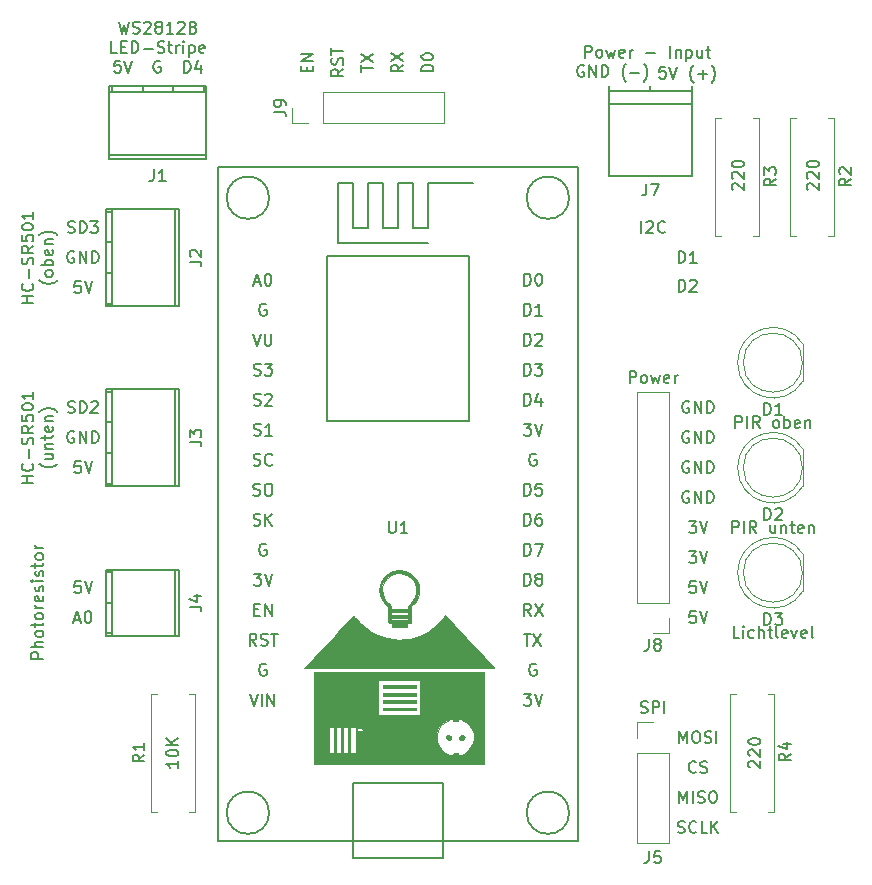
<source format=gbr>
G04 #@! TF.GenerationSoftware,KiCad,Pcbnew,(5.1.5)-3*
G04 #@! TF.CreationDate,2021-07-04T23:47:11+02:00*
G04 #@! TF.ProjectId,RGB_Treppe,5247425f-5472-4657-9070-652e6b696361,rev?*
G04 #@! TF.SameCoordinates,Original*
G04 #@! TF.FileFunction,Legend,Top*
G04 #@! TF.FilePolarity,Positive*
%FSLAX46Y46*%
G04 Gerber Fmt 4.6, Leading zero omitted, Abs format (unit mm)*
G04 Created by KiCad (PCBNEW (5.1.5)-3) date 2021-07-04 23:47:11*
%MOMM*%
%LPD*%
G04 APERTURE LIST*
%ADD10C,0.150000*%
%ADD11C,0.010000*%
%ADD12C,0.120000*%
G04 APERTURE END LIST*
D10*
X183316619Y-66643095D02*
X183269000Y-66595476D01*
X183221380Y-66500238D01*
X183221380Y-66262142D01*
X183269000Y-66166904D01*
X183316619Y-66119285D01*
X183411857Y-66071666D01*
X183507095Y-66071666D01*
X183649952Y-66119285D01*
X184221380Y-66690714D01*
X184221380Y-66071666D01*
X183316619Y-65690714D02*
X183269000Y-65643095D01*
X183221380Y-65547857D01*
X183221380Y-65309761D01*
X183269000Y-65214523D01*
X183316619Y-65166904D01*
X183411857Y-65119285D01*
X183507095Y-65119285D01*
X183649952Y-65166904D01*
X184221380Y-65738333D01*
X184221380Y-65119285D01*
X183221380Y-64500238D02*
X183221380Y-64405000D01*
X183269000Y-64309761D01*
X183316619Y-64262142D01*
X183411857Y-64214523D01*
X183602333Y-64166904D01*
X183840428Y-64166904D01*
X184030904Y-64214523D01*
X184126142Y-64262142D01*
X184173761Y-64309761D01*
X184221380Y-64405000D01*
X184221380Y-64500238D01*
X184173761Y-64595476D01*
X184126142Y-64643095D01*
X184030904Y-64690714D01*
X183840428Y-64738333D01*
X183602333Y-64738333D01*
X183411857Y-64690714D01*
X183316619Y-64643095D01*
X183269000Y-64595476D01*
X183221380Y-64500238D01*
X189666619Y-66643095D02*
X189619000Y-66595476D01*
X189571380Y-66500238D01*
X189571380Y-66262142D01*
X189619000Y-66166904D01*
X189666619Y-66119285D01*
X189761857Y-66071666D01*
X189857095Y-66071666D01*
X189999952Y-66119285D01*
X190571380Y-66690714D01*
X190571380Y-66071666D01*
X189666619Y-65690714D02*
X189619000Y-65643095D01*
X189571380Y-65547857D01*
X189571380Y-65309761D01*
X189619000Y-65214523D01*
X189666619Y-65166904D01*
X189761857Y-65119285D01*
X189857095Y-65119285D01*
X189999952Y-65166904D01*
X190571380Y-65738333D01*
X190571380Y-65119285D01*
X189571380Y-64500238D02*
X189571380Y-64405000D01*
X189619000Y-64309761D01*
X189666619Y-64262142D01*
X189761857Y-64214523D01*
X189952333Y-64166904D01*
X190190428Y-64166904D01*
X190380904Y-64214523D01*
X190476142Y-64262142D01*
X190523761Y-64309761D01*
X190571380Y-64405000D01*
X190571380Y-64500238D01*
X190523761Y-64595476D01*
X190476142Y-64643095D01*
X190380904Y-64690714D01*
X190190428Y-64738333D01*
X189952333Y-64738333D01*
X189761857Y-64690714D01*
X189666619Y-64643095D01*
X189619000Y-64595476D01*
X189571380Y-64500238D01*
X175553809Y-70302380D02*
X175553809Y-69302380D01*
X175982380Y-69397619D02*
X176030000Y-69350000D01*
X176125238Y-69302380D01*
X176363333Y-69302380D01*
X176458571Y-69350000D01*
X176506190Y-69397619D01*
X176553809Y-69492857D01*
X176553809Y-69588095D01*
X176506190Y-69730952D01*
X175934761Y-70302380D01*
X176553809Y-70302380D01*
X177553809Y-70207142D02*
X177506190Y-70254761D01*
X177363333Y-70302380D01*
X177268095Y-70302380D01*
X177125238Y-70254761D01*
X177030000Y-70159523D01*
X176982380Y-70064285D01*
X176934761Y-69873809D01*
X176934761Y-69730952D01*
X176982380Y-69540476D01*
X177030000Y-69445238D01*
X177125238Y-69350000D01*
X177268095Y-69302380D01*
X177363333Y-69302380D01*
X177506190Y-69350000D01*
X177553809Y-69397619D01*
X174553809Y-83002380D02*
X174553809Y-82002380D01*
X174934761Y-82002380D01*
X175030000Y-82050000D01*
X175077619Y-82097619D01*
X175125238Y-82192857D01*
X175125238Y-82335714D01*
X175077619Y-82430952D01*
X175030000Y-82478571D01*
X174934761Y-82526190D01*
X174553809Y-82526190D01*
X175696666Y-83002380D02*
X175601428Y-82954761D01*
X175553809Y-82907142D01*
X175506190Y-82811904D01*
X175506190Y-82526190D01*
X175553809Y-82430952D01*
X175601428Y-82383333D01*
X175696666Y-82335714D01*
X175839523Y-82335714D01*
X175934761Y-82383333D01*
X175982380Y-82430952D01*
X176030000Y-82526190D01*
X176030000Y-82811904D01*
X175982380Y-82907142D01*
X175934761Y-82954761D01*
X175839523Y-83002380D01*
X175696666Y-83002380D01*
X176363333Y-82335714D02*
X176553809Y-83002380D01*
X176744285Y-82526190D01*
X176934761Y-83002380D01*
X177125238Y-82335714D01*
X177887142Y-82954761D02*
X177791904Y-83002380D01*
X177601428Y-83002380D01*
X177506190Y-82954761D01*
X177458571Y-82859523D01*
X177458571Y-82478571D01*
X177506190Y-82383333D01*
X177601428Y-82335714D01*
X177791904Y-82335714D01*
X177887142Y-82383333D01*
X177934761Y-82478571D01*
X177934761Y-82573809D01*
X177458571Y-82669047D01*
X178363333Y-83002380D02*
X178363333Y-82335714D01*
X178363333Y-82526190D02*
X178410952Y-82430952D01*
X178458571Y-82383333D01*
X178553809Y-82335714D01*
X178649047Y-82335714D01*
X175506190Y-110894761D02*
X175649047Y-110942380D01*
X175887142Y-110942380D01*
X175982380Y-110894761D01*
X176030000Y-110847142D01*
X176077619Y-110751904D01*
X176077619Y-110656666D01*
X176030000Y-110561428D01*
X175982380Y-110513809D01*
X175887142Y-110466190D01*
X175696666Y-110418571D01*
X175601428Y-110370952D01*
X175553809Y-110323333D01*
X175506190Y-110228095D01*
X175506190Y-110132857D01*
X175553809Y-110037619D01*
X175601428Y-109990000D01*
X175696666Y-109942380D01*
X175934761Y-109942380D01*
X176077619Y-109990000D01*
X176506190Y-110942380D02*
X176506190Y-109942380D01*
X176887142Y-109942380D01*
X176982380Y-109990000D01*
X177030000Y-110037619D01*
X177077619Y-110132857D01*
X177077619Y-110275714D01*
X177030000Y-110370952D01*
X176982380Y-110418571D01*
X176887142Y-110466190D01*
X176506190Y-110466190D01*
X177506190Y-110942380D02*
X177506190Y-109942380D01*
X127555714Y-103036666D02*
X128031904Y-103036666D01*
X127460476Y-103322380D02*
X127793809Y-102322380D01*
X128127142Y-103322380D01*
X128650952Y-102322380D02*
X128746190Y-102322380D01*
X128841428Y-102370000D01*
X128889047Y-102417619D01*
X128936666Y-102512857D01*
X128984285Y-102703333D01*
X128984285Y-102941428D01*
X128936666Y-103131904D01*
X128889047Y-103227142D01*
X128841428Y-103274761D01*
X128746190Y-103322380D01*
X128650952Y-103322380D01*
X128555714Y-103274761D01*
X128508095Y-103227142D01*
X128460476Y-103131904D01*
X128412857Y-102941428D01*
X128412857Y-102703333D01*
X128460476Y-102512857D01*
X128508095Y-102417619D01*
X128555714Y-102370000D01*
X128650952Y-102322380D01*
X128079523Y-99782380D02*
X127603333Y-99782380D01*
X127555714Y-100258571D01*
X127603333Y-100210952D01*
X127698571Y-100163333D01*
X127936666Y-100163333D01*
X128031904Y-100210952D01*
X128079523Y-100258571D01*
X128127142Y-100353809D01*
X128127142Y-100591904D01*
X128079523Y-100687142D01*
X128031904Y-100734761D01*
X127936666Y-100782380D01*
X127698571Y-100782380D01*
X127603333Y-100734761D01*
X127555714Y-100687142D01*
X128412857Y-99782380D02*
X128746190Y-100782380D01*
X129079523Y-99782380D01*
X128079523Y-89622380D02*
X127603333Y-89622380D01*
X127555714Y-90098571D01*
X127603333Y-90050952D01*
X127698571Y-90003333D01*
X127936666Y-90003333D01*
X128031904Y-90050952D01*
X128079523Y-90098571D01*
X128127142Y-90193809D01*
X128127142Y-90431904D01*
X128079523Y-90527142D01*
X128031904Y-90574761D01*
X127936666Y-90622380D01*
X127698571Y-90622380D01*
X127603333Y-90574761D01*
X127555714Y-90527142D01*
X128412857Y-89622380D02*
X128746190Y-90622380D01*
X129079523Y-89622380D01*
X127508095Y-87130000D02*
X127412857Y-87082380D01*
X127270000Y-87082380D01*
X127127142Y-87130000D01*
X127031904Y-87225238D01*
X126984285Y-87320476D01*
X126936666Y-87510952D01*
X126936666Y-87653809D01*
X126984285Y-87844285D01*
X127031904Y-87939523D01*
X127127142Y-88034761D01*
X127270000Y-88082380D01*
X127365238Y-88082380D01*
X127508095Y-88034761D01*
X127555714Y-87987142D01*
X127555714Y-87653809D01*
X127365238Y-87653809D01*
X127984285Y-88082380D02*
X127984285Y-87082380D01*
X128555714Y-88082380D01*
X128555714Y-87082380D01*
X129031904Y-88082380D02*
X129031904Y-87082380D01*
X129270000Y-87082380D01*
X129412857Y-87130000D01*
X129508095Y-87225238D01*
X129555714Y-87320476D01*
X129603333Y-87510952D01*
X129603333Y-87653809D01*
X129555714Y-87844285D01*
X129508095Y-87939523D01*
X129412857Y-88034761D01*
X129270000Y-88082380D01*
X129031904Y-88082380D01*
X127008095Y-85494761D02*
X127150952Y-85542380D01*
X127389047Y-85542380D01*
X127484285Y-85494761D01*
X127531904Y-85447142D01*
X127579523Y-85351904D01*
X127579523Y-85256666D01*
X127531904Y-85161428D01*
X127484285Y-85113809D01*
X127389047Y-85066190D01*
X127198571Y-85018571D01*
X127103333Y-84970952D01*
X127055714Y-84923333D01*
X127008095Y-84828095D01*
X127008095Y-84732857D01*
X127055714Y-84637619D01*
X127103333Y-84590000D01*
X127198571Y-84542380D01*
X127436666Y-84542380D01*
X127579523Y-84590000D01*
X128008095Y-85542380D02*
X128008095Y-84542380D01*
X128246190Y-84542380D01*
X128389047Y-84590000D01*
X128484285Y-84685238D01*
X128531904Y-84780476D01*
X128579523Y-84970952D01*
X128579523Y-85113809D01*
X128531904Y-85304285D01*
X128484285Y-85399523D01*
X128389047Y-85494761D01*
X128246190Y-85542380D01*
X128008095Y-85542380D01*
X128960476Y-84637619D02*
X129008095Y-84590000D01*
X129103333Y-84542380D01*
X129341428Y-84542380D01*
X129436666Y-84590000D01*
X129484285Y-84637619D01*
X129531904Y-84732857D01*
X129531904Y-84828095D01*
X129484285Y-84970952D01*
X128912857Y-85542380D01*
X129531904Y-85542380D01*
X128079523Y-74382380D02*
X127603333Y-74382380D01*
X127555714Y-74858571D01*
X127603333Y-74810952D01*
X127698571Y-74763333D01*
X127936666Y-74763333D01*
X128031904Y-74810952D01*
X128079523Y-74858571D01*
X128127142Y-74953809D01*
X128127142Y-75191904D01*
X128079523Y-75287142D01*
X128031904Y-75334761D01*
X127936666Y-75382380D01*
X127698571Y-75382380D01*
X127603333Y-75334761D01*
X127555714Y-75287142D01*
X128412857Y-74382380D02*
X128746190Y-75382380D01*
X129079523Y-74382380D01*
X127508095Y-71890000D02*
X127412857Y-71842380D01*
X127270000Y-71842380D01*
X127127142Y-71890000D01*
X127031904Y-71985238D01*
X126984285Y-72080476D01*
X126936666Y-72270952D01*
X126936666Y-72413809D01*
X126984285Y-72604285D01*
X127031904Y-72699523D01*
X127127142Y-72794761D01*
X127270000Y-72842380D01*
X127365238Y-72842380D01*
X127508095Y-72794761D01*
X127555714Y-72747142D01*
X127555714Y-72413809D01*
X127365238Y-72413809D01*
X127984285Y-72842380D02*
X127984285Y-71842380D01*
X128555714Y-72842380D01*
X128555714Y-71842380D01*
X129031904Y-72842380D02*
X129031904Y-71842380D01*
X129270000Y-71842380D01*
X129412857Y-71890000D01*
X129508095Y-71985238D01*
X129555714Y-72080476D01*
X129603333Y-72270952D01*
X129603333Y-72413809D01*
X129555714Y-72604285D01*
X129508095Y-72699523D01*
X129412857Y-72794761D01*
X129270000Y-72842380D01*
X129031904Y-72842380D01*
X127008095Y-70254761D02*
X127150952Y-70302380D01*
X127389047Y-70302380D01*
X127484285Y-70254761D01*
X127531904Y-70207142D01*
X127579523Y-70111904D01*
X127579523Y-70016666D01*
X127531904Y-69921428D01*
X127484285Y-69873809D01*
X127389047Y-69826190D01*
X127198571Y-69778571D01*
X127103333Y-69730952D01*
X127055714Y-69683333D01*
X127008095Y-69588095D01*
X127008095Y-69492857D01*
X127055714Y-69397619D01*
X127103333Y-69350000D01*
X127198571Y-69302380D01*
X127436666Y-69302380D01*
X127579523Y-69350000D01*
X128008095Y-70302380D02*
X128008095Y-69302380D01*
X128246190Y-69302380D01*
X128389047Y-69350000D01*
X128484285Y-69445238D01*
X128531904Y-69540476D01*
X128579523Y-69730952D01*
X128579523Y-69873809D01*
X128531904Y-70064285D01*
X128484285Y-70159523D01*
X128389047Y-70254761D01*
X128246190Y-70302380D01*
X128008095Y-70302380D01*
X128912857Y-69302380D02*
X129531904Y-69302380D01*
X129198571Y-69683333D01*
X129341428Y-69683333D01*
X129436666Y-69730952D01*
X129484285Y-69778571D01*
X129531904Y-69873809D01*
X129531904Y-70111904D01*
X129484285Y-70207142D01*
X129436666Y-70254761D01*
X129341428Y-70302380D01*
X129055714Y-70302380D01*
X128960476Y-70254761D01*
X128912857Y-70207142D01*
X170783904Y-55443380D02*
X170783904Y-54443380D01*
X171164857Y-54443380D01*
X171260095Y-54491000D01*
X171307714Y-54538619D01*
X171355333Y-54633857D01*
X171355333Y-54776714D01*
X171307714Y-54871952D01*
X171260095Y-54919571D01*
X171164857Y-54967190D01*
X170783904Y-54967190D01*
X171926761Y-55443380D02*
X171831523Y-55395761D01*
X171783904Y-55348142D01*
X171736285Y-55252904D01*
X171736285Y-54967190D01*
X171783904Y-54871952D01*
X171831523Y-54824333D01*
X171926761Y-54776714D01*
X172069619Y-54776714D01*
X172164857Y-54824333D01*
X172212476Y-54871952D01*
X172260095Y-54967190D01*
X172260095Y-55252904D01*
X172212476Y-55348142D01*
X172164857Y-55395761D01*
X172069619Y-55443380D01*
X171926761Y-55443380D01*
X172593428Y-54776714D02*
X172783904Y-55443380D01*
X172974380Y-54967190D01*
X173164857Y-55443380D01*
X173355333Y-54776714D01*
X174117238Y-55395761D02*
X174022000Y-55443380D01*
X173831523Y-55443380D01*
X173736285Y-55395761D01*
X173688666Y-55300523D01*
X173688666Y-54919571D01*
X173736285Y-54824333D01*
X173831523Y-54776714D01*
X174022000Y-54776714D01*
X174117238Y-54824333D01*
X174164857Y-54919571D01*
X174164857Y-55014809D01*
X173688666Y-55110047D01*
X174593428Y-55443380D02*
X174593428Y-54776714D01*
X174593428Y-54967190D02*
X174641047Y-54871952D01*
X174688666Y-54824333D01*
X174783904Y-54776714D01*
X174879142Y-54776714D01*
X175974380Y-55062428D02*
X176736285Y-55062428D01*
X177974380Y-55443380D02*
X177974380Y-54443380D01*
X178450571Y-54776714D02*
X178450571Y-55443380D01*
X178450571Y-54871952D02*
X178498190Y-54824333D01*
X178593428Y-54776714D01*
X178736285Y-54776714D01*
X178831523Y-54824333D01*
X178879142Y-54919571D01*
X178879142Y-55443380D01*
X179355333Y-54776714D02*
X179355333Y-55776714D01*
X179355333Y-54824333D02*
X179450571Y-54776714D01*
X179641047Y-54776714D01*
X179736285Y-54824333D01*
X179783904Y-54871952D01*
X179831523Y-54967190D01*
X179831523Y-55252904D01*
X179783904Y-55348142D01*
X179736285Y-55395761D01*
X179641047Y-55443380D01*
X179450571Y-55443380D01*
X179355333Y-55395761D01*
X180688666Y-54776714D02*
X180688666Y-55443380D01*
X180260095Y-54776714D02*
X180260095Y-55300523D01*
X180307714Y-55395761D01*
X180402952Y-55443380D01*
X180545809Y-55443380D01*
X180641047Y-55395761D01*
X180688666Y-55348142D01*
X181022000Y-54776714D02*
X181402952Y-54776714D01*
X181164857Y-54443380D02*
X181164857Y-55300523D01*
X181212476Y-55395761D01*
X181307714Y-55443380D01*
X181402952Y-55443380D01*
X170672428Y-56142000D02*
X170577190Y-56094380D01*
X170434333Y-56094380D01*
X170291476Y-56142000D01*
X170196238Y-56237238D01*
X170148619Y-56332476D01*
X170101000Y-56522952D01*
X170101000Y-56665809D01*
X170148619Y-56856285D01*
X170196238Y-56951523D01*
X170291476Y-57046761D01*
X170434333Y-57094380D01*
X170529571Y-57094380D01*
X170672428Y-57046761D01*
X170720047Y-56999142D01*
X170720047Y-56665809D01*
X170529571Y-56665809D01*
X171148619Y-57094380D02*
X171148619Y-56094380D01*
X171720047Y-57094380D01*
X171720047Y-56094380D01*
X172196238Y-57094380D02*
X172196238Y-56094380D01*
X172434333Y-56094380D01*
X172577190Y-56142000D01*
X172672428Y-56237238D01*
X172720047Y-56332476D01*
X172767666Y-56522952D01*
X172767666Y-56665809D01*
X172720047Y-56856285D01*
X172672428Y-56951523D01*
X172577190Y-57046761D01*
X172434333Y-57094380D01*
X172196238Y-57094380D01*
X174243857Y-57475333D02*
X174196238Y-57427714D01*
X174101000Y-57284857D01*
X174053380Y-57189619D01*
X174005761Y-57046761D01*
X173958142Y-56808666D01*
X173958142Y-56618190D01*
X174005761Y-56380095D01*
X174053380Y-56237238D01*
X174101000Y-56142000D01*
X174196238Y-55999142D01*
X174243857Y-55951523D01*
X174624809Y-56713428D02*
X175386714Y-56713428D01*
X175767666Y-57475333D02*
X175815285Y-57427714D01*
X175910523Y-57284857D01*
X175958142Y-57189619D01*
X176005761Y-57046761D01*
X176053380Y-56808666D01*
X176053380Y-56618190D01*
X176005761Y-56380095D01*
X175958142Y-56237238D01*
X175910523Y-56142000D01*
X175815285Y-55999142D01*
X175767666Y-55951523D01*
X177593857Y-56221380D02*
X177117666Y-56221380D01*
X177070047Y-56697571D01*
X177117666Y-56649952D01*
X177212904Y-56602333D01*
X177451000Y-56602333D01*
X177546238Y-56649952D01*
X177593857Y-56697571D01*
X177641476Y-56792809D01*
X177641476Y-57030904D01*
X177593857Y-57126142D01*
X177546238Y-57173761D01*
X177451000Y-57221380D01*
X177212904Y-57221380D01*
X177117666Y-57173761D01*
X177070047Y-57126142D01*
X177927190Y-56221380D02*
X178260523Y-57221380D01*
X178593857Y-56221380D01*
X179974809Y-57602333D02*
X179927190Y-57554714D01*
X179831952Y-57411857D01*
X179784333Y-57316619D01*
X179736714Y-57173761D01*
X179689095Y-56935666D01*
X179689095Y-56745190D01*
X179736714Y-56507095D01*
X179784333Y-56364238D01*
X179831952Y-56269000D01*
X179927190Y-56126142D01*
X179974809Y-56078523D01*
X180355761Y-56840428D02*
X181117666Y-56840428D01*
X180736714Y-57221380D02*
X180736714Y-56459476D01*
X181498619Y-57602333D02*
X181546238Y-57554714D01*
X181641476Y-57411857D01*
X181689095Y-57316619D01*
X181736714Y-57173761D01*
X181784333Y-56935666D01*
X181784333Y-56745190D01*
X181736714Y-56507095D01*
X181689095Y-56364238D01*
X181641476Y-56269000D01*
X181546238Y-56126142D01*
X181498619Y-56078523D01*
X178649523Y-121054761D02*
X178792380Y-121102380D01*
X179030476Y-121102380D01*
X179125714Y-121054761D01*
X179173333Y-121007142D01*
X179220952Y-120911904D01*
X179220952Y-120816666D01*
X179173333Y-120721428D01*
X179125714Y-120673809D01*
X179030476Y-120626190D01*
X178840000Y-120578571D01*
X178744761Y-120530952D01*
X178697142Y-120483333D01*
X178649523Y-120388095D01*
X178649523Y-120292857D01*
X178697142Y-120197619D01*
X178744761Y-120150000D01*
X178840000Y-120102380D01*
X179078095Y-120102380D01*
X179220952Y-120150000D01*
X180220952Y-121007142D02*
X180173333Y-121054761D01*
X180030476Y-121102380D01*
X179935238Y-121102380D01*
X179792380Y-121054761D01*
X179697142Y-120959523D01*
X179649523Y-120864285D01*
X179601904Y-120673809D01*
X179601904Y-120530952D01*
X179649523Y-120340476D01*
X179697142Y-120245238D01*
X179792380Y-120150000D01*
X179935238Y-120102380D01*
X180030476Y-120102380D01*
X180173333Y-120150000D01*
X180220952Y-120197619D01*
X181125714Y-121102380D02*
X180649523Y-121102380D01*
X180649523Y-120102380D01*
X181459047Y-121102380D02*
X181459047Y-120102380D01*
X182030476Y-121102380D02*
X181601904Y-120530952D01*
X182030476Y-120102380D02*
X181459047Y-120673809D01*
X178768571Y-118562380D02*
X178768571Y-117562380D01*
X179101904Y-118276666D01*
X179435238Y-117562380D01*
X179435238Y-118562380D01*
X179911428Y-118562380D02*
X179911428Y-117562380D01*
X180340000Y-118514761D02*
X180482857Y-118562380D01*
X180720952Y-118562380D01*
X180816190Y-118514761D01*
X180863809Y-118467142D01*
X180911428Y-118371904D01*
X180911428Y-118276666D01*
X180863809Y-118181428D01*
X180816190Y-118133809D01*
X180720952Y-118086190D01*
X180530476Y-118038571D01*
X180435238Y-117990952D01*
X180387619Y-117943333D01*
X180340000Y-117848095D01*
X180340000Y-117752857D01*
X180387619Y-117657619D01*
X180435238Y-117610000D01*
X180530476Y-117562380D01*
X180768571Y-117562380D01*
X180911428Y-117610000D01*
X181530476Y-117562380D02*
X181720952Y-117562380D01*
X181816190Y-117610000D01*
X181911428Y-117705238D01*
X181959047Y-117895714D01*
X181959047Y-118229047D01*
X181911428Y-118419523D01*
X181816190Y-118514761D01*
X181720952Y-118562380D01*
X181530476Y-118562380D01*
X181435238Y-118514761D01*
X181340000Y-118419523D01*
X181292380Y-118229047D01*
X181292380Y-117895714D01*
X181340000Y-117705238D01*
X181435238Y-117610000D01*
X181530476Y-117562380D01*
X180173333Y-115927142D02*
X180125714Y-115974761D01*
X179982857Y-116022380D01*
X179887619Y-116022380D01*
X179744761Y-115974761D01*
X179649523Y-115879523D01*
X179601904Y-115784285D01*
X179554285Y-115593809D01*
X179554285Y-115450952D01*
X179601904Y-115260476D01*
X179649523Y-115165238D01*
X179744761Y-115070000D01*
X179887619Y-115022380D01*
X179982857Y-115022380D01*
X180125714Y-115070000D01*
X180173333Y-115117619D01*
X180554285Y-115974761D02*
X180697142Y-116022380D01*
X180935238Y-116022380D01*
X181030476Y-115974761D01*
X181078095Y-115927142D01*
X181125714Y-115831904D01*
X181125714Y-115736666D01*
X181078095Y-115641428D01*
X181030476Y-115593809D01*
X180935238Y-115546190D01*
X180744761Y-115498571D01*
X180649523Y-115450952D01*
X180601904Y-115403333D01*
X180554285Y-115308095D01*
X180554285Y-115212857D01*
X180601904Y-115117619D01*
X180649523Y-115070000D01*
X180744761Y-115022380D01*
X180982857Y-115022380D01*
X181125714Y-115070000D01*
X178768571Y-113482380D02*
X178768571Y-112482380D01*
X179101904Y-113196666D01*
X179435238Y-112482380D01*
X179435238Y-113482380D01*
X180101904Y-112482380D02*
X180292380Y-112482380D01*
X180387619Y-112530000D01*
X180482857Y-112625238D01*
X180530476Y-112815714D01*
X180530476Y-113149047D01*
X180482857Y-113339523D01*
X180387619Y-113434761D01*
X180292380Y-113482380D01*
X180101904Y-113482380D01*
X180006666Y-113434761D01*
X179911428Y-113339523D01*
X179863809Y-113149047D01*
X179863809Y-112815714D01*
X179911428Y-112625238D01*
X180006666Y-112530000D01*
X180101904Y-112482380D01*
X180911428Y-113434761D02*
X181054285Y-113482380D01*
X181292380Y-113482380D01*
X181387619Y-113434761D01*
X181435238Y-113387142D01*
X181482857Y-113291904D01*
X181482857Y-113196666D01*
X181435238Y-113101428D01*
X181387619Y-113053809D01*
X181292380Y-113006190D01*
X181101904Y-112958571D01*
X181006666Y-112910952D01*
X180959047Y-112863333D01*
X180911428Y-112768095D01*
X180911428Y-112672857D01*
X180959047Y-112577619D01*
X181006666Y-112530000D01*
X181101904Y-112482380D01*
X181340000Y-112482380D01*
X181482857Y-112530000D01*
X181911428Y-113482380D02*
X181911428Y-112482380D01*
X183832857Y-104592380D02*
X183356666Y-104592380D01*
X183356666Y-103592380D01*
X184166190Y-104592380D02*
X184166190Y-103925714D01*
X184166190Y-103592380D02*
X184118571Y-103640000D01*
X184166190Y-103687619D01*
X184213809Y-103640000D01*
X184166190Y-103592380D01*
X184166190Y-103687619D01*
X185070952Y-104544761D02*
X184975714Y-104592380D01*
X184785238Y-104592380D01*
X184690000Y-104544761D01*
X184642380Y-104497142D01*
X184594761Y-104401904D01*
X184594761Y-104116190D01*
X184642380Y-104020952D01*
X184690000Y-103973333D01*
X184785238Y-103925714D01*
X184975714Y-103925714D01*
X185070952Y-103973333D01*
X185499523Y-104592380D02*
X185499523Y-103592380D01*
X185928095Y-104592380D02*
X185928095Y-104068571D01*
X185880476Y-103973333D01*
X185785238Y-103925714D01*
X185642380Y-103925714D01*
X185547142Y-103973333D01*
X185499523Y-104020952D01*
X186261428Y-103925714D02*
X186642380Y-103925714D01*
X186404285Y-103592380D02*
X186404285Y-104449523D01*
X186451904Y-104544761D01*
X186547142Y-104592380D01*
X186642380Y-104592380D01*
X187118571Y-104592380D02*
X187023333Y-104544761D01*
X186975714Y-104449523D01*
X186975714Y-103592380D01*
X187880476Y-104544761D02*
X187785238Y-104592380D01*
X187594761Y-104592380D01*
X187499523Y-104544761D01*
X187451904Y-104449523D01*
X187451904Y-104068571D01*
X187499523Y-103973333D01*
X187594761Y-103925714D01*
X187785238Y-103925714D01*
X187880476Y-103973333D01*
X187928095Y-104068571D01*
X187928095Y-104163809D01*
X187451904Y-104259047D01*
X188261428Y-103925714D02*
X188499523Y-104592380D01*
X188737619Y-103925714D01*
X189499523Y-104544761D02*
X189404285Y-104592380D01*
X189213809Y-104592380D01*
X189118571Y-104544761D01*
X189070952Y-104449523D01*
X189070952Y-104068571D01*
X189118571Y-103973333D01*
X189213809Y-103925714D01*
X189404285Y-103925714D01*
X189499523Y-103973333D01*
X189547142Y-104068571D01*
X189547142Y-104163809D01*
X189070952Y-104259047D01*
X190118571Y-104592380D02*
X190023333Y-104544761D01*
X189975714Y-104449523D01*
X189975714Y-103592380D01*
X183237619Y-95702380D02*
X183237619Y-94702380D01*
X183618571Y-94702380D01*
X183713809Y-94750000D01*
X183761428Y-94797619D01*
X183809047Y-94892857D01*
X183809047Y-95035714D01*
X183761428Y-95130952D01*
X183713809Y-95178571D01*
X183618571Y-95226190D01*
X183237619Y-95226190D01*
X184237619Y-95702380D02*
X184237619Y-94702380D01*
X185285238Y-95702380D02*
X184951904Y-95226190D01*
X184713809Y-95702380D02*
X184713809Y-94702380D01*
X185094761Y-94702380D01*
X185190000Y-94750000D01*
X185237619Y-94797619D01*
X185285238Y-94892857D01*
X185285238Y-95035714D01*
X185237619Y-95130952D01*
X185190000Y-95178571D01*
X185094761Y-95226190D01*
X184713809Y-95226190D01*
X186904285Y-95035714D02*
X186904285Y-95702380D01*
X186475714Y-95035714D02*
X186475714Y-95559523D01*
X186523333Y-95654761D01*
X186618571Y-95702380D01*
X186761428Y-95702380D01*
X186856666Y-95654761D01*
X186904285Y-95607142D01*
X187380476Y-95035714D02*
X187380476Y-95702380D01*
X187380476Y-95130952D02*
X187428095Y-95083333D01*
X187523333Y-95035714D01*
X187666190Y-95035714D01*
X187761428Y-95083333D01*
X187809047Y-95178571D01*
X187809047Y-95702380D01*
X188142380Y-95035714D02*
X188523333Y-95035714D01*
X188285238Y-94702380D02*
X188285238Y-95559523D01*
X188332857Y-95654761D01*
X188428095Y-95702380D01*
X188523333Y-95702380D01*
X189237619Y-95654761D02*
X189142380Y-95702380D01*
X188951904Y-95702380D01*
X188856666Y-95654761D01*
X188809047Y-95559523D01*
X188809047Y-95178571D01*
X188856666Y-95083333D01*
X188951904Y-95035714D01*
X189142380Y-95035714D01*
X189237619Y-95083333D01*
X189285238Y-95178571D01*
X189285238Y-95273809D01*
X188809047Y-95369047D01*
X189713809Y-95035714D02*
X189713809Y-95702380D01*
X189713809Y-95130952D02*
X189761428Y-95083333D01*
X189856666Y-95035714D01*
X189999523Y-95035714D01*
X190094761Y-95083333D01*
X190142380Y-95178571D01*
X190142380Y-95702380D01*
X183523333Y-86812380D02*
X183523333Y-85812380D01*
X183904285Y-85812380D01*
X183999523Y-85860000D01*
X184047142Y-85907619D01*
X184094761Y-86002857D01*
X184094761Y-86145714D01*
X184047142Y-86240952D01*
X183999523Y-86288571D01*
X183904285Y-86336190D01*
X183523333Y-86336190D01*
X184523333Y-86812380D02*
X184523333Y-85812380D01*
X185570952Y-86812380D02*
X185237619Y-86336190D01*
X184999523Y-86812380D02*
X184999523Y-85812380D01*
X185380476Y-85812380D01*
X185475714Y-85860000D01*
X185523333Y-85907619D01*
X185570952Y-86002857D01*
X185570952Y-86145714D01*
X185523333Y-86240952D01*
X185475714Y-86288571D01*
X185380476Y-86336190D01*
X184999523Y-86336190D01*
X186904285Y-86812380D02*
X186809047Y-86764761D01*
X186761428Y-86717142D01*
X186713809Y-86621904D01*
X186713809Y-86336190D01*
X186761428Y-86240952D01*
X186809047Y-86193333D01*
X186904285Y-86145714D01*
X187047142Y-86145714D01*
X187142380Y-86193333D01*
X187190000Y-86240952D01*
X187237619Y-86336190D01*
X187237619Y-86621904D01*
X187190000Y-86717142D01*
X187142380Y-86764761D01*
X187047142Y-86812380D01*
X186904285Y-86812380D01*
X187666190Y-86812380D02*
X187666190Y-85812380D01*
X187666190Y-86193333D02*
X187761428Y-86145714D01*
X187951904Y-86145714D01*
X188047142Y-86193333D01*
X188094761Y-86240952D01*
X188142380Y-86336190D01*
X188142380Y-86621904D01*
X188094761Y-86717142D01*
X188047142Y-86764761D01*
X187951904Y-86812380D01*
X187761428Y-86812380D01*
X187666190Y-86764761D01*
X188951904Y-86764761D02*
X188856666Y-86812380D01*
X188666190Y-86812380D01*
X188570952Y-86764761D01*
X188523333Y-86669523D01*
X188523333Y-86288571D01*
X188570952Y-86193333D01*
X188666190Y-86145714D01*
X188856666Y-86145714D01*
X188951904Y-86193333D01*
X188999523Y-86288571D01*
X188999523Y-86383809D01*
X188523333Y-86479047D01*
X189428095Y-86145714D02*
X189428095Y-86812380D01*
X189428095Y-86240952D02*
X189475714Y-86193333D01*
X189570952Y-86145714D01*
X189713809Y-86145714D01*
X189809047Y-86193333D01*
X189856666Y-86288571D01*
X189856666Y-86812380D01*
X180149523Y-102322380D02*
X179673333Y-102322380D01*
X179625714Y-102798571D01*
X179673333Y-102750952D01*
X179768571Y-102703333D01*
X180006666Y-102703333D01*
X180101904Y-102750952D01*
X180149523Y-102798571D01*
X180197142Y-102893809D01*
X180197142Y-103131904D01*
X180149523Y-103227142D01*
X180101904Y-103274761D01*
X180006666Y-103322380D01*
X179768571Y-103322380D01*
X179673333Y-103274761D01*
X179625714Y-103227142D01*
X180482857Y-102322380D02*
X180816190Y-103322380D01*
X181149523Y-102322380D01*
X180149523Y-99782380D02*
X179673333Y-99782380D01*
X179625714Y-100258571D01*
X179673333Y-100210952D01*
X179768571Y-100163333D01*
X180006666Y-100163333D01*
X180101904Y-100210952D01*
X180149523Y-100258571D01*
X180197142Y-100353809D01*
X180197142Y-100591904D01*
X180149523Y-100687142D01*
X180101904Y-100734761D01*
X180006666Y-100782380D01*
X179768571Y-100782380D01*
X179673333Y-100734761D01*
X179625714Y-100687142D01*
X180482857Y-99782380D02*
X180816190Y-100782380D01*
X181149523Y-99782380D01*
X179578095Y-97242380D02*
X180197142Y-97242380D01*
X179863809Y-97623333D01*
X180006666Y-97623333D01*
X180101904Y-97670952D01*
X180149523Y-97718571D01*
X180197142Y-97813809D01*
X180197142Y-98051904D01*
X180149523Y-98147142D01*
X180101904Y-98194761D01*
X180006666Y-98242380D01*
X179720952Y-98242380D01*
X179625714Y-98194761D01*
X179578095Y-98147142D01*
X180482857Y-97242380D02*
X180816190Y-98242380D01*
X181149523Y-97242380D01*
X179578095Y-94702380D02*
X180197142Y-94702380D01*
X179863809Y-95083333D01*
X180006666Y-95083333D01*
X180101904Y-95130952D01*
X180149523Y-95178571D01*
X180197142Y-95273809D01*
X180197142Y-95511904D01*
X180149523Y-95607142D01*
X180101904Y-95654761D01*
X180006666Y-95702380D01*
X179720952Y-95702380D01*
X179625714Y-95654761D01*
X179578095Y-95607142D01*
X180482857Y-94702380D02*
X180816190Y-95702380D01*
X181149523Y-94702380D01*
X179578095Y-92210000D02*
X179482857Y-92162380D01*
X179340000Y-92162380D01*
X179197142Y-92210000D01*
X179101904Y-92305238D01*
X179054285Y-92400476D01*
X179006666Y-92590952D01*
X179006666Y-92733809D01*
X179054285Y-92924285D01*
X179101904Y-93019523D01*
X179197142Y-93114761D01*
X179340000Y-93162380D01*
X179435238Y-93162380D01*
X179578095Y-93114761D01*
X179625714Y-93067142D01*
X179625714Y-92733809D01*
X179435238Y-92733809D01*
X180054285Y-93162380D02*
X180054285Y-92162380D01*
X180625714Y-93162380D01*
X180625714Y-92162380D01*
X181101904Y-93162380D02*
X181101904Y-92162380D01*
X181340000Y-92162380D01*
X181482857Y-92210000D01*
X181578095Y-92305238D01*
X181625714Y-92400476D01*
X181673333Y-92590952D01*
X181673333Y-92733809D01*
X181625714Y-92924285D01*
X181578095Y-93019523D01*
X181482857Y-93114761D01*
X181340000Y-93162380D01*
X181101904Y-93162380D01*
X179578095Y-89670000D02*
X179482857Y-89622380D01*
X179340000Y-89622380D01*
X179197142Y-89670000D01*
X179101904Y-89765238D01*
X179054285Y-89860476D01*
X179006666Y-90050952D01*
X179006666Y-90193809D01*
X179054285Y-90384285D01*
X179101904Y-90479523D01*
X179197142Y-90574761D01*
X179340000Y-90622380D01*
X179435238Y-90622380D01*
X179578095Y-90574761D01*
X179625714Y-90527142D01*
X179625714Y-90193809D01*
X179435238Y-90193809D01*
X180054285Y-90622380D02*
X180054285Y-89622380D01*
X180625714Y-90622380D01*
X180625714Y-89622380D01*
X181101904Y-90622380D02*
X181101904Y-89622380D01*
X181340000Y-89622380D01*
X181482857Y-89670000D01*
X181578095Y-89765238D01*
X181625714Y-89860476D01*
X181673333Y-90050952D01*
X181673333Y-90193809D01*
X181625714Y-90384285D01*
X181578095Y-90479523D01*
X181482857Y-90574761D01*
X181340000Y-90622380D01*
X181101904Y-90622380D01*
X179578095Y-87130000D02*
X179482857Y-87082380D01*
X179340000Y-87082380D01*
X179197142Y-87130000D01*
X179101904Y-87225238D01*
X179054285Y-87320476D01*
X179006666Y-87510952D01*
X179006666Y-87653809D01*
X179054285Y-87844285D01*
X179101904Y-87939523D01*
X179197142Y-88034761D01*
X179340000Y-88082380D01*
X179435238Y-88082380D01*
X179578095Y-88034761D01*
X179625714Y-87987142D01*
X179625714Y-87653809D01*
X179435238Y-87653809D01*
X180054285Y-88082380D02*
X180054285Y-87082380D01*
X180625714Y-88082380D01*
X180625714Y-87082380D01*
X181101904Y-88082380D02*
X181101904Y-87082380D01*
X181340000Y-87082380D01*
X181482857Y-87130000D01*
X181578095Y-87225238D01*
X181625714Y-87320476D01*
X181673333Y-87510952D01*
X181673333Y-87653809D01*
X181625714Y-87844285D01*
X181578095Y-87939523D01*
X181482857Y-88034761D01*
X181340000Y-88082380D01*
X181101904Y-88082380D01*
X179578095Y-84590000D02*
X179482857Y-84542380D01*
X179340000Y-84542380D01*
X179197142Y-84590000D01*
X179101904Y-84685238D01*
X179054285Y-84780476D01*
X179006666Y-84970952D01*
X179006666Y-85113809D01*
X179054285Y-85304285D01*
X179101904Y-85399523D01*
X179197142Y-85494761D01*
X179340000Y-85542380D01*
X179435238Y-85542380D01*
X179578095Y-85494761D01*
X179625714Y-85447142D01*
X179625714Y-85113809D01*
X179435238Y-85113809D01*
X180054285Y-85542380D02*
X180054285Y-84542380D01*
X180625714Y-85542380D01*
X180625714Y-84542380D01*
X181101904Y-85542380D02*
X181101904Y-84542380D01*
X181340000Y-84542380D01*
X181482857Y-84590000D01*
X181578095Y-84685238D01*
X181625714Y-84780476D01*
X181673333Y-84970952D01*
X181673333Y-85113809D01*
X181625714Y-85304285D01*
X181578095Y-85399523D01*
X181482857Y-85494761D01*
X181340000Y-85542380D01*
X181101904Y-85542380D01*
X178712904Y-75255380D02*
X178712904Y-74255380D01*
X178951000Y-74255380D01*
X179093857Y-74303000D01*
X179189095Y-74398238D01*
X179236714Y-74493476D01*
X179284333Y-74683952D01*
X179284333Y-74826809D01*
X179236714Y-75017285D01*
X179189095Y-75112523D01*
X179093857Y-75207761D01*
X178951000Y-75255380D01*
X178712904Y-75255380D01*
X179665285Y-74350619D02*
X179712904Y-74303000D01*
X179808142Y-74255380D01*
X180046238Y-74255380D01*
X180141476Y-74303000D01*
X180189095Y-74350619D01*
X180236714Y-74445857D01*
X180236714Y-74541095D01*
X180189095Y-74683952D01*
X179617666Y-75255380D01*
X180236714Y-75255380D01*
X178712904Y-72842380D02*
X178712904Y-71842380D01*
X178951000Y-71842380D01*
X179093857Y-71890000D01*
X179189095Y-71985238D01*
X179236714Y-72080476D01*
X179284333Y-72270952D01*
X179284333Y-72413809D01*
X179236714Y-72604285D01*
X179189095Y-72699523D01*
X179093857Y-72794761D01*
X178951000Y-72842380D01*
X178712904Y-72842380D01*
X180236714Y-72842380D02*
X179665285Y-72842380D01*
X179951000Y-72842380D02*
X179951000Y-71842380D01*
X179855761Y-71985238D01*
X179760523Y-72080476D01*
X179665285Y-72128095D01*
X157932380Y-56618095D02*
X156932380Y-56618095D01*
X156932380Y-56380000D01*
X156980000Y-56237142D01*
X157075238Y-56141904D01*
X157170476Y-56094285D01*
X157360952Y-56046666D01*
X157503809Y-56046666D01*
X157694285Y-56094285D01*
X157789523Y-56141904D01*
X157884761Y-56237142D01*
X157932380Y-56380000D01*
X157932380Y-56618095D01*
X156932380Y-55427619D02*
X156932380Y-55332380D01*
X156980000Y-55237142D01*
X157027619Y-55189523D01*
X157122857Y-55141904D01*
X157313333Y-55094285D01*
X157551428Y-55094285D01*
X157741904Y-55141904D01*
X157837142Y-55189523D01*
X157884761Y-55237142D01*
X157932380Y-55332380D01*
X157932380Y-55427619D01*
X157884761Y-55522857D01*
X157837142Y-55570476D01*
X157741904Y-55618095D01*
X157551428Y-55665714D01*
X157313333Y-55665714D01*
X157122857Y-55618095D01*
X157027619Y-55570476D01*
X156980000Y-55522857D01*
X156932380Y-55427619D01*
X155392380Y-56046666D02*
X154916190Y-56380000D01*
X155392380Y-56618095D02*
X154392380Y-56618095D01*
X154392380Y-56237142D01*
X154440000Y-56141904D01*
X154487619Y-56094285D01*
X154582857Y-56046666D01*
X154725714Y-56046666D01*
X154820952Y-56094285D01*
X154868571Y-56141904D01*
X154916190Y-56237142D01*
X154916190Y-56618095D01*
X154392380Y-55713333D02*
X155392380Y-55046666D01*
X154392380Y-55046666D02*
X155392380Y-55713333D01*
X151852380Y-56641904D02*
X151852380Y-56070476D01*
X152852380Y-56356190D02*
X151852380Y-56356190D01*
X151852380Y-55832380D02*
X152852380Y-55165714D01*
X151852380Y-55165714D02*
X152852380Y-55832380D01*
X150312380Y-56427619D02*
X149836190Y-56760952D01*
X150312380Y-56999047D02*
X149312380Y-56999047D01*
X149312380Y-56618095D01*
X149360000Y-56522857D01*
X149407619Y-56475238D01*
X149502857Y-56427619D01*
X149645714Y-56427619D01*
X149740952Y-56475238D01*
X149788571Y-56522857D01*
X149836190Y-56618095D01*
X149836190Y-56999047D01*
X150264761Y-56046666D02*
X150312380Y-55903809D01*
X150312380Y-55665714D01*
X150264761Y-55570476D01*
X150217142Y-55522857D01*
X150121904Y-55475238D01*
X150026666Y-55475238D01*
X149931428Y-55522857D01*
X149883809Y-55570476D01*
X149836190Y-55665714D01*
X149788571Y-55856190D01*
X149740952Y-55951428D01*
X149693333Y-55999047D01*
X149598095Y-56046666D01*
X149502857Y-56046666D01*
X149407619Y-55999047D01*
X149360000Y-55951428D01*
X149312380Y-55856190D01*
X149312380Y-55618095D01*
X149360000Y-55475238D01*
X149312380Y-55189523D02*
X149312380Y-54618095D01*
X150312380Y-54903809D02*
X149312380Y-54903809D01*
X147248571Y-56618095D02*
X147248571Y-56284761D01*
X147772380Y-56141904D02*
X147772380Y-56618095D01*
X146772380Y-56618095D01*
X146772380Y-56141904D01*
X147772380Y-55713333D02*
X146772380Y-55713333D01*
X147772380Y-55141904D01*
X146772380Y-55141904D01*
X131310476Y-52412380D02*
X131548571Y-53412380D01*
X131739047Y-52698095D01*
X131929523Y-53412380D01*
X132167619Y-52412380D01*
X132500952Y-53364761D02*
X132643809Y-53412380D01*
X132881904Y-53412380D01*
X132977142Y-53364761D01*
X133024761Y-53317142D01*
X133072380Y-53221904D01*
X133072380Y-53126666D01*
X133024761Y-53031428D01*
X132977142Y-52983809D01*
X132881904Y-52936190D01*
X132691428Y-52888571D01*
X132596190Y-52840952D01*
X132548571Y-52793333D01*
X132500952Y-52698095D01*
X132500952Y-52602857D01*
X132548571Y-52507619D01*
X132596190Y-52460000D01*
X132691428Y-52412380D01*
X132929523Y-52412380D01*
X133072380Y-52460000D01*
X133453333Y-52507619D02*
X133500952Y-52460000D01*
X133596190Y-52412380D01*
X133834285Y-52412380D01*
X133929523Y-52460000D01*
X133977142Y-52507619D01*
X134024761Y-52602857D01*
X134024761Y-52698095D01*
X133977142Y-52840952D01*
X133405714Y-53412380D01*
X134024761Y-53412380D01*
X134596190Y-52840952D02*
X134500952Y-52793333D01*
X134453333Y-52745714D01*
X134405714Y-52650476D01*
X134405714Y-52602857D01*
X134453333Y-52507619D01*
X134500952Y-52460000D01*
X134596190Y-52412380D01*
X134786666Y-52412380D01*
X134881904Y-52460000D01*
X134929523Y-52507619D01*
X134977142Y-52602857D01*
X134977142Y-52650476D01*
X134929523Y-52745714D01*
X134881904Y-52793333D01*
X134786666Y-52840952D01*
X134596190Y-52840952D01*
X134500952Y-52888571D01*
X134453333Y-52936190D01*
X134405714Y-53031428D01*
X134405714Y-53221904D01*
X134453333Y-53317142D01*
X134500952Y-53364761D01*
X134596190Y-53412380D01*
X134786666Y-53412380D01*
X134881904Y-53364761D01*
X134929523Y-53317142D01*
X134977142Y-53221904D01*
X134977142Y-53031428D01*
X134929523Y-52936190D01*
X134881904Y-52888571D01*
X134786666Y-52840952D01*
X135929523Y-53412380D02*
X135358095Y-53412380D01*
X135643809Y-53412380D02*
X135643809Y-52412380D01*
X135548571Y-52555238D01*
X135453333Y-52650476D01*
X135358095Y-52698095D01*
X136310476Y-52507619D02*
X136358095Y-52460000D01*
X136453333Y-52412380D01*
X136691428Y-52412380D01*
X136786666Y-52460000D01*
X136834285Y-52507619D01*
X136881904Y-52602857D01*
X136881904Y-52698095D01*
X136834285Y-52840952D01*
X136262857Y-53412380D01*
X136881904Y-53412380D01*
X137643809Y-52888571D02*
X137786666Y-52936190D01*
X137834285Y-52983809D01*
X137881904Y-53079047D01*
X137881904Y-53221904D01*
X137834285Y-53317142D01*
X137786666Y-53364761D01*
X137691428Y-53412380D01*
X137310476Y-53412380D01*
X137310476Y-52412380D01*
X137643809Y-52412380D01*
X137739047Y-52460000D01*
X137786666Y-52507619D01*
X137834285Y-52602857D01*
X137834285Y-52698095D01*
X137786666Y-52793333D01*
X137739047Y-52840952D01*
X137643809Y-52888571D01*
X137310476Y-52888571D01*
X131167619Y-55062380D02*
X130691428Y-55062380D01*
X130691428Y-54062380D01*
X131500952Y-54538571D02*
X131834285Y-54538571D01*
X131977142Y-55062380D02*
X131500952Y-55062380D01*
X131500952Y-54062380D01*
X131977142Y-54062380D01*
X132405714Y-55062380D02*
X132405714Y-54062380D01*
X132643809Y-54062380D01*
X132786666Y-54110000D01*
X132881904Y-54205238D01*
X132929523Y-54300476D01*
X132977142Y-54490952D01*
X132977142Y-54633809D01*
X132929523Y-54824285D01*
X132881904Y-54919523D01*
X132786666Y-55014761D01*
X132643809Y-55062380D01*
X132405714Y-55062380D01*
X133405714Y-54681428D02*
X134167619Y-54681428D01*
X134596190Y-55014761D02*
X134739047Y-55062380D01*
X134977142Y-55062380D01*
X135072380Y-55014761D01*
X135120000Y-54967142D01*
X135167619Y-54871904D01*
X135167619Y-54776666D01*
X135120000Y-54681428D01*
X135072380Y-54633809D01*
X134977142Y-54586190D01*
X134786666Y-54538571D01*
X134691428Y-54490952D01*
X134643809Y-54443333D01*
X134596190Y-54348095D01*
X134596190Y-54252857D01*
X134643809Y-54157619D01*
X134691428Y-54110000D01*
X134786666Y-54062380D01*
X135024761Y-54062380D01*
X135167619Y-54110000D01*
X135453333Y-54395714D02*
X135834285Y-54395714D01*
X135596190Y-54062380D02*
X135596190Y-54919523D01*
X135643809Y-55014761D01*
X135739047Y-55062380D01*
X135834285Y-55062380D01*
X136167619Y-55062380D02*
X136167619Y-54395714D01*
X136167619Y-54586190D02*
X136215238Y-54490952D01*
X136262857Y-54443333D01*
X136358095Y-54395714D01*
X136453333Y-54395714D01*
X136786666Y-55062380D02*
X136786666Y-54395714D01*
X136786666Y-54062380D02*
X136739047Y-54110000D01*
X136786666Y-54157619D01*
X136834285Y-54110000D01*
X136786666Y-54062380D01*
X136786666Y-54157619D01*
X137262857Y-54395714D02*
X137262857Y-55395714D01*
X137262857Y-54443333D02*
X137358095Y-54395714D01*
X137548571Y-54395714D01*
X137643809Y-54443333D01*
X137691428Y-54490952D01*
X137739047Y-54586190D01*
X137739047Y-54871904D01*
X137691428Y-54967142D01*
X137643809Y-55014761D01*
X137548571Y-55062380D01*
X137358095Y-55062380D01*
X137262857Y-55014761D01*
X138548571Y-55014761D02*
X138453333Y-55062380D01*
X138262857Y-55062380D01*
X138167619Y-55014761D01*
X138120000Y-54919523D01*
X138120000Y-54538571D01*
X138167619Y-54443333D01*
X138262857Y-54395714D01*
X138453333Y-54395714D01*
X138548571Y-54443333D01*
X138596190Y-54538571D01*
X138596190Y-54633809D01*
X138120000Y-54729047D01*
X131429523Y-55712380D02*
X130953333Y-55712380D01*
X130905714Y-56188571D01*
X130953333Y-56140952D01*
X131048571Y-56093333D01*
X131286666Y-56093333D01*
X131381904Y-56140952D01*
X131429523Y-56188571D01*
X131477142Y-56283809D01*
X131477142Y-56521904D01*
X131429523Y-56617142D01*
X131381904Y-56664761D01*
X131286666Y-56712380D01*
X131048571Y-56712380D01*
X130953333Y-56664761D01*
X130905714Y-56617142D01*
X131762857Y-55712380D02*
X132096190Y-56712380D01*
X132429523Y-55712380D01*
X134810476Y-55760000D02*
X134715238Y-55712380D01*
X134572380Y-55712380D01*
X134429523Y-55760000D01*
X134334285Y-55855238D01*
X134286666Y-55950476D01*
X134239047Y-56140952D01*
X134239047Y-56283809D01*
X134286666Y-56474285D01*
X134334285Y-56569523D01*
X134429523Y-56664761D01*
X134572380Y-56712380D01*
X134667619Y-56712380D01*
X134810476Y-56664761D01*
X134858095Y-56617142D01*
X134858095Y-56283809D01*
X134667619Y-56283809D01*
X136810476Y-56712380D02*
X136810476Y-55712380D01*
X137048571Y-55712380D01*
X137191428Y-55760000D01*
X137286666Y-55855238D01*
X137334285Y-55950476D01*
X137381904Y-56140952D01*
X137381904Y-56283809D01*
X137334285Y-56474285D01*
X137286666Y-56569523D01*
X137191428Y-56664761D01*
X137048571Y-56712380D01*
X136810476Y-56712380D01*
X138239047Y-56045714D02*
X138239047Y-56712380D01*
X138000952Y-55664761D02*
X137762857Y-56379047D01*
X138381904Y-56379047D01*
X124087380Y-76199523D02*
X123087380Y-76199523D01*
X123563571Y-76199523D02*
X123563571Y-75628095D01*
X124087380Y-75628095D02*
X123087380Y-75628095D01*
X123992142Y-74580476D02*
X124039761Y-74628095D01*
X124087380Y-74770952D01*
X124087380Y-74866190D01*
X124039761Y-75009047D01*
X123944523Y-75104285D01*
X123849285Y-75151904D01*
X123658809Y-75199523D01*
X123515952Y-75199523D01*
X123325476Y-75151904D01*
X123230238Y-75104285D01*
X123135000Y-75009047D01*
X123087380Y-74866190D01*
X123087380Y-74770952D01*
X123135000Y-74628095D01*
X123182619Y-74580476D01*
X123706428Y-74151904D02*
X123706428Y-73390000D01*
X124039761Y-72961428D02*
X124087380Y-72818571D01*
X124087380Y-72580476D01*
X124039761Y-72485238D01*
X123992142Y-72437619D01*
X123896904Y-72390000D01*
X123801666Y-72390000D01*
X123706428Y-72437619D01*
X123658809Y-72485238D01*
X123611190Y-72580476D01*
X123563571Y-72770952D01*
X123515952Y-72866190D01*
X123468333Y-72913809D01*
X123373095Y-72961428D01*
X123277857Y-72961428D01*
X123182619Y-72913809D01*
X123135000Y-72866190D01*
X123087380Y-72770952D01*
X123087380Y-72532857D01*
X123135000Y-72390000D01*
X124087380Y-71390000D02*
X123611190Y-71723333D01*
X124087380Y-71961428D02*
X123087380Y-71961428D01*
X123087380Y-71580476D01*
X123135000Y-71485238D01*
X123182619Y-71437619D01*
X123277857Y-71390000D01*
X123420714Y-71390000D01*
X123515952Y-71437619D01*
X123563571Y-71485238D01*
X123611190Y-71580476D01*
X123611190Y-71961428D01*
X123087380Y-70485238D02*
X123087380Y-70961428D01*
X123563571Y-71009047D01*
X123515952Y-70961428D01*
X123468333Y-70866190D01*
X123468333Y-70628095D01*
X123515952Y-70532857D01*
X123563571Y-70485238D01*
X123658809Y-70437619D01*
X123896904Y-70437619D01*
X123992142Y-70485238D01*
X124039761Y-70532857D01*
X124087380Y-70628095D01*
X124087380Y-70866190D01*
X124039761Y-70961428D01*
X123992142Y-71009047D01*
X123087380Y-69818571D02*
X123087380Y-69723333D01*
X123135000Y-69628095D01*
X123182619Y-69580476D01*
X123277857Y-69532857D01*
X123468333Y-69485238D01*
X123706428Y-69485238D01*
X123896904Y-69532857D01*
X123992142Y-69580476D01*
X124039761Y-69628095D01*
X124087380Y-69723333D01*
X124087380Y-69818571D01*
X124039761Y-69913809D01*
X123992142Y-69961428D01*
X123896904Y-70009047D01*
X123706428Y-70056666D01*
X123468333Y-70056666D01*
X123277857Y-70009047D01*
X123182619Y-69961428D01*
X123135000Y-69913809D01*
X123087380Y-69818571D01*
X124087380Y-68532857D02*
X124087380Y-69104285D01*
X124087380Y-68818571D02*
X123087380Y-68818571D01*
X123230238Y-68913809D01*
X123325476Y-69009047D01*
X123373095Y-69104285D01*
X126118333Y-74318571D02*
X126070714Y-74366190D01*
X125927857Y-74461428D01*
X125832619Y-74509047D01*
X125689761Y-74556666D01*
X125451666Y-74604285D01*
X125261190Y-74604285D01*
X125023095Y-74556666D01*
X124880238Y-74509047D01*
X124785000Y-74461428D01*
X124642142Y-74366190D01*
X124594523Y-74318571D01*
X125737380Y-73794761D02*
X125689761Y-73890000D01*
X125642142Y-73937619D01*
X125546904Y-73985238D01*
X125261190Y-73985238D01*
X125165952Y-73937619D01*
X125118333Y-73890000D01*
X125070714Y-73794761D01*
X125070714Y-73651904D01*
X125118333Y-73556666D01*
X125165952Y-73509047D01*
X125261190Y-73461428D01*
X125546904Y-73461428D01*
X125642142Y-73509047D01*
X125689761Y-73556666D01*
X125737380Y-73651904D01*
X125737380Y-73794761D01*
X125737380Y-73032857D02*
X124737380Y-73032857D01*
X125118333Y-73032857D02*
X125070714Y-72937619D01*
X125070714Y-72747142D01*
X125118333Y-72651904D01*
X125165952Y-72604285D01*
X125261190Y-72556666D01*
X125546904Y-72556666D01*
X125642142Y-72604285D01*
X125689761Y-72651904D01*
X125737380Y-72747142D01*
X125737380Y-72937619D01*
X125689761Y-73032857D01*
X125689761Y-71747142D02*
X125737380Y-71842380D01*
X125737380Y-72032857D01*
X125689761Y-72128095D01*
X125594523Y-72175714D01*
X125213571Y-72175714D01*
X125118333Y-72128095D01*
X125070714Y-72032857D01*
X125070714Y-71842380D01*
X125118333Y-71747142D01*
X125213571Y-71699523D01*
X125308809Y-71699523D01*
X125404047Y-72175714D01*
X125070714Y-71270952D02*
X125737380Y-71270952D01*
X125165952Y-71270952D02*
X125118333Y-71223333D01*
X125070714Y-71128095D01*
X125070714Y-70985238D01*
X125118333Y-70890000D01*
X125213571Y-70842380D01*
X125737380Y-70842380D01*
X126118333Y-70461428D02*
X126070714Y-70413809D01*
X125927857Y-70318571D01*
X125832619Y-70270952D01*
X125689761Y-70223333D01*
X125451666Y-70175714D01*
X125261190Y-70175714D01*
X125023095Y-70223333D01*
X124880238Y-70270952D01*
X124785000Y-70318571D01*
X124642142Y-70413809D01*
X124594523Y-70461428D01*
X124087380Y-91439523D02*
X123087380Y-91439523D01*
X123563571Y-91439523D02*
X123563571Y-90868095D01*
X124087380Y-90868095D02*
X123087380Y-90868095D01*
X123992142Y-89820476D02*
X124039761Y-89868095D01*
X124087380Y-90010952D01*
X124087380Y-90106190D01*
X124039761Y-90249047D01*
X123944523Y-90344285D01*
X123849285Y-90391904D01*
X123658809Y-90439523D01*
X123515952Y-90439523D01*
X123325476Y-90391904D01*
X123230238Y-90344285D01*
X123135000Y-90249047D01*
X123087380Y-90106190D01*
X123087380Y-90010952D01*
X123135000Y-89868095D01*
X123182619Y-89820476D01*
X123706428Y-89391904D02*
X123706428Y-88630000D01*
X124039761Y-88201428D02*
X124087380Y-88058571D01*
X124087380Y-87820476D01*
X124039761Y-87725238D01*
X123992142Y-87677619D01*
X123896904Y-87630000D01*
X123801666Y-87630000D01*
X123706428Y-87677619D01*
X123658809Y-87725238D01*
X123611190Y-87820476D01*
X123563571Y-88010952D01*
X123515952Y-88106190D01*
X123468333Y-88153809D01*
X123373095Y-88201428D01*
X123277857Y-88201428D01*
X123182619Y-88153809D01*
X123135000Y-88106190D01*
X123087380Y-88010952D01*
X123087380Y-87772857D01*
X123135000Y-87630000D01*
X124087380Y-86630000D02*
X123611190Y-86963333D01*
X124087380Y-87201428D02*
X123087380Y-87201428D01*
X123087380Y-86820476D01*
X123135000Y-86725238D01*
X123182619Y-86677619D01*
X123277857Y-86630000D01*
X123420714Y-86630000D01*
X123515952Y-86677619D01*
X123563571Y-86725238D01*
X123611190Y-86820476D01*
X123611190Y-87201428D01*
X123087380Y-85725238D02*
X123087380Y-86201428D01*
X123563571Y-86249047D01*
X123515952Y-86201428D01*
X123468333Y-86106190D01*
X123468333Y-85868095D01*
X123515952Y-85772857D01*
X123563571Y-85725238D01*
X123658809Y-85677619D01*
X123896904Y-85677619D01*
X123992142Y-85725238D01*
X124039761Y-85772857D01*
X124087380Y-85868095D01*
X124087380Y-86106190D01*
X124039761Y-86201428D01*
X123992142Y-86249047D01*
X123087380Y-85058571D02*
X123087380Y-84963333D01*
X123135000Y-84868095D01*
X123182619Y-84820476D01*
X123277857Y-84772857D01*
X123468333Y-84725238D01*
X123706428Y-84725238D01*
X123896904Y-84772857D01*
X123992142Y-84820476D01*
X124039761Y-84868095D01*
X124087380Y-84963333D01*
X124087380Y-85058571D01*
X124039761Y-85153809D01*
X123992142Y-85201428D01*
X123896904Y-85249047D01*
X123706428Y-85296666D01*
X123468333Y-85296666D01*
X123277857Y-85249047D01*
X123182619Y-85201428D01*
X123135000Y-85153809D01*
X123087380Y-85058571D01*
X124087380Y-83772857D02*
X124087380Y-84344285D01*
X124087380Y-84058571D02*
X123087380Y-84058571D01*
X123230238Y-84153809D01*
X123325476Y-84249047D01*
X123373095Y-84344285D01*
X126118333Y-89844285D02*
X126070714Y-89891904D01*
X125927857Y-89987142D01*
X125832619Y-90034761D01*
X125689761Y-90082380D01*
X125451666Y-90130000D01*
X125261190Y-90130000D01*
X125023095Y-90082380D01*
X124880238Y-90034761D01*
X124785000Y-89987142D01*
X124642142Y-89891904D01*
X124594523Y-89844285D01*
X125070714Y-89034761D02*
X125737380Y-89034761D01*
X125070714Y-89463333D02*
X125594523Y-89463333D01*
X125689761Y-89415714D01*
X125737380Y-89320476D01*
X125737380Y-89177619D01*
X125689761Y-89082380D01*
X125642142Y-89034761D01*
X125070714Y-88558571D02*
X125737380Y-88558571D01*
X125165952Y-88558571D02*
X125118333Y-88510952D01*
X125070714Y-88415714D01*
X125070714Y-88272857D01*
X125118333Y-88177619D01*
X125213571Y-88130000D01*
X125737380Y-88130000D01*
X125070714Y-87796666D02*
X125070714Y-87415714D01*
X124737380Y-87653809D02*
X125594523Y-87653809D01*
X125689761Y-87606190D01*
X125737380Y-87510952D01*
X125737380Y-87415714D01*
X125689761Y-86701428D02*
X125737380Y-86796666D01*
X125737380Y-86987142D01*
X125689761Y-87082380D01*
X125594523Y-87130000D01*
X125213571Y-87130000D01*
X125118333Y-87082380D01*
X125070714Y-86987142D01*
X125070714Y-86796666D01*
X125118333Y-86701428D01*
X125213571Y-86653809D01*
X125308809Y-86653809D01*
X125404047Y-87130000D01*
X125070714Y-86225238D02*
X125737380Y-86225238D01*
X125165952Y-86225238D02*
X125118333Y-86177619D01*
X125070714Y-86082380D01*
X125070714Y-85939523D01*
X125118333Y-85844285D01*
X125213571Y-85796666D01*
X125737380Y-85796666D01*
X126118333Y-85415714D02*
X126070714Y-85368095D01*
X125927857Y-85272857D01*
X125832619Y-85225238D01*
X125689761Y-85177619D01*
X125451666Y-85130000D01*
X125261190Y-85130000D01*
X125023095Y-85177619D01*
X124880238Y-85225238D01*
X124785000Y-85272857D01*
X124642142Y-85368095D01*
X124594523Y-85415714D01*
X124912380Y-106338095D02*
X123912380Y-106338095D01*
X123912380Y-105957142D01*
X123960000Y-105861904D01*
X124007619Y-105814285D01*
X124102857Y-105766666D01*
X124245714Y-105766666D01*
X124340952Y-105814285D01*
X124388571Y-105861904D01*
X124436190Y-105957142D01*
X124436190Y-106338095D01*
X124912380Y-105338095D02*
X123912380Y-105338095D01*
X124912380Y-104909523D02*
X124388571Y-104909523D01*
X124293333Y-104957142D01*
X124245714Y-105052380D01*
X124245714Y-105195238D01*
X124293333Y-105290476D01*
X124340952Y-105338095D01*
X124912380Y-104290476D02*
X124864761Y-104385714D01*
X124817142Y-104433333D01*
X124721904Y-104480952D01*
X124436190Y-104480952D01*
X124340952Y-104433333D01*
X124293333Y-104385714D01*
X124245714Y-104290476D01*
X124245714Y-104147619D01*
X124293333Y-104052380D01*
X124340952Y-104004761D01*
X124436190Y-103957142D01*
X124721904Y-103957142D01*
X124817142Y-104004761D01*
X124864761Y-104052380D01*
X124912380Y-104147619D01*
X124912380Y-104290476D01*
X124245714Y-103671428D02*
X124245714Y-103290476D01*
X123912380Y-103528571D02*
X124769523Y-103528571D01*
X124864761Y-103480952D01*
X124912380Y-103385714D01*
X124912380Y-103290476D01*
X124912380Y-102814285D02*
X124864761Y-102909523D01*
X124817142Y-102957142D01*
X124721904Y-103004761D01*
X124436190Y-103004761D01*
X124340952Y-102957142D01*
X124293333Y-102909523D01*
X124245714Y-102814285D01*
X124245714Y-102671428D01*
X124293333Y-102576190D01*
X124340952Y-102528571D01*
X124436190Y-102480952D01*
X124721904Y-102480952D01*
X124817142Y-102528571D01*
X124864761Y-102576190D01*
X124912380Y-102671428D01*
X124912380Y-102814285D01*
X124912380Y-102052380D02*
X124245714Y-102052380D01*
X124436190Y-102052380D02*
X124340952Y-102004761D01*
X124293333Y-101957142D01*
X124245714Y-101861904D01*
X124245714Y-101766666D01*
X124864761Y-101052380D02*
X124912380Y-101147619D01*
X124912380Y-101338095D01*
X124864761Y-101433333D01*
X124769523Y-101480952D01*
X124388571Y-101480952D01*
X124293333Y-101433333D01*
X124245714Y-101338095D01*
X124245714Y-101147619D01*
X124293333Y-101052380D01*
X124388571Y-101004761D01*
X124483809Y-101004761D01*
X124579047Y-101480952D01*
X124864761Y-100623809D02*
X124912380Y-100528571D01*
X124912380Y-100338095D01*
X124864761Y-100242857D01*
X124769523Y-100195238D01*
X124721904Y-100195238D01*
X124626666Y-100242857D01*
X124579047Y-100338095D01*
X124579047Y-100480952D01*
X124531428Y-100576190D01*
X124436190Y-100623809D01*
X124388571Y-100623809D01*
X124293333Y-100576190D01*
X124245714Y-100480952D01*
X124245714Y-100338095D01*
X124293333Y-100242857D01*
X124912380Y-99766666D02*
X124245714Y-99766666D01*
X123912380Y-99766666D02*
X123960000Y-99814285D01*
X124007619Y-99766666D01*
X123960000Y-99719047D01*
X123912380Y-99766666D01*
X124007619Y-99766666D01*
X124864761Y-99338095D02*
X124912380Y-99242857D01*
X124912380Y-99052380D01*
X124864761Y-98957142D01*
X124769523Y-98909523D01*
X124721904Y-98909523D01*
X124626666Y-98957142D01*
X124579047Y-99052380D01*
X124579047Y-99195238D01*
X124531428Y-99290476D01*
X124436190Y-99338095D01*
X124388571Y-99338095D01*
X124293333Y-99290476D01*
X124245714Y-99195238D01*
X124245714Y-99052380D01*
X124293333Y-98957142D01*
X124245714Y-98623809D02*
X124245714Y-98242857D01*
X123912380Y-98480952D02*
X124769523Y-98480952D01*
X124864761Y-98433333D01*
X124912380Y-98338095D01*
X124912380Y-98242857D01*
X124912380Y-97766666D02*
X124864761Y-97861904D01*
X124817142Y-97909523D01*
X124721904Y-97957142D01*
X124436190Y-97957142D01*
X124340952Y-97909523D01*
X124293333Y-97861904D01*
X124245714Y-97766666D01*
X124245714Y-97623809D01*
X124293333Y-97528571D01*
X124340952Y-97480952D01*
X124436190Y-97433333D01*
X124721904Y-97433333D01*
X124817142Y-97480952D01*
X124864761Y-97528571D01*
X124912380Y-97623809D01*
X124912380Y-97766666D01*
X124912380Y-97004761D02*
X124245714Y-97004761D01*
X124436190Y-97004761D02*
X124340952Y-96957142D01*
X124293333Y-96909523D01*
X124245714Y-96814285D01*
X124245714Y-96719047D01*
X136342380Y-114990476D02*
X136342380Y-115561904D01*
X136342380Y-115276190D02*
X135342380Y-115276190D01*
X135485238Y-115371428D01*
X135580476Y-115466666D01*
X135628095Y-115561904D01*
X135342380Y-114371428D02*
X135342380Y-114276190D01*
X135390000Y-114180952D01*
X135437619Y-114133333D01*
X135532857Y-114085714D01*
X135723333Y-114038095D01*
X135961428Y-114038095D01*
X136151904Y-114085714D01*
X136247142Y-114133333D01*
X136294761Y-114180952D01*
X136342380Y-114276190D01*
X136342380Y-114371428D01*
X136294761Y-114466666D01*
X136247142Y-114514285D01*
X136151904Y-114561904D01*
X135961428Y-114609523D01*
X135723333Y-114609523D01*
X135532857Y-114561904D01*
X135437619Y-114514285D01*
X135390000Y-114466666D01*
X135342380Y-114371428D01*
X136342380Y-113609523D02*
X135342380Y-113609523D01*
X136342380Y-113038095D02*
X135770952Y-113466666D01*
X135342380Y-113038095D02*
X135913809Y-113609523D01*
X184713619Y-115538095D02*
X184666000Y-115490476D01*
X184618380Y-115395238D01*
X184618380Y-115157142D01*
X184666000Y-115061904D01*
X184713619Y-115014285D01*
X184808857Y-114966666D01*
X184904095Y-114966666D01*
X185046952Y-115014285D01*
X185618380Y-115585714D01*
X185618380Y-114966666D01*
X184713619Y-114585714D02*
X184666000Y-114538095D01*
X184618380Y-114442857D01*
X184618380Y-114204761D01*
X184666000Y-114109523D01*
X184713619Y-114061904D01*
X184808857Y-114014285D01*
X184904095Y-114014285D01*
X185046952Y-114061904D01*
X185618380Y-114633333D01*
X185618380Y-114014285D01*
X184618380Y-113395238D02*
X184618380Y-113300000D01*
X184666000Y-113204761D01*
X184713619Y-113157142D01*
X184808857Y-113109523D01*
X184999333Y-113061904D01*
X185237428Y-113061904D01*
X185427904Y-113109523D01*
X185523142Y-113157142D01*
X185570761Y-113204761D01*
X185618380Y-113300000D01*
X185618380Y-113395238D01*
X185570761Y-113490476D01*
X185523142Y-113538095D01*
X185427904Y-113585714D01*
X185237428Y-113633333D01*
X184999333Y-113633333D01*
X184808857Y-113585714D01*
X184713619Y-113538095D01*
X184666000Y-113490476D01*
X184618380Y-113395238D01*
D11*
G36*
X156495750Y-108839000D02*
G01*
X153638250Y-108839000D01*
X153638250Y-108585000D01*
X156495750Y-108585000D01*
X156495750Y-108839000D01*
G37*
X156495750Y-108839000D02*
X153638250Y-108839000D01*
X153638250Y-108585000D01*
X156495750Y-108585000D01*
X156495750Y-108839000D01*
G36*
X156495750Y-109474000D02*
G01*
X153638250Y-109474000D01*
X153638250Y-109220000D01*
X156495750Y-109220000D01*
X156495750Y-109474000D01*
G37*
X156495750Y-109474000D02*
X153638250Y-109474000D01*
X153638250Y-109220000D01*
X156495750Y-109220000D01*
X156495750Y-109474000D01*
G36*
X156495750Y-110077250D02*
G01*
X153638250Y-110077250D01*
X153638250Y-109855000D01*
X156495750Y-109855000D01*
X156495750Y-110077250D01*
G37*
X156495750Y-110077250D02*
X153638250Y-110077250D01*
X153638250Y-109855000D01*
X156495750Y-109855000D01*
X156495750Y-110077250D01*
G36*
X156495750Y-110712250D02*
G01*
X153638250Y-110712250D01*
X153638250Y-110490000D01*
X156495750Y-110490000D01*
X156495750Y-110712250D01*
G37*
X156495750Y-110712250D02*
X153638250Y-110712250D01*
X153638250Y-110490000D01*
X156495750Y-110490000D01*
X156495750Y-110712250D01*
G36*
X160430162Y-112813051D02*
G01*
X160532292Y-112878283D01*
X160582786Y-112969072D01*
X160578440Y-113071540D01*
X160516049Y-113171809D01*
X160513568Y-113174318D01*
X160411535Y-113240002D01*
X160302977Y-113243848D01*
X160221192Y-113205365D01*
X160151561Y-113125768D01*
X160131106Y-113032040D01*
X160152215Y-112938472D01*
X160207277Y-112859352D01*
X160288681Y-112808967D01*
X160388818Y-112801608D01*
X160430162Y-112813051D01*
G37*
X160430162Y-112813051D02*
X160532292Y-112878283D01*
X160582786Y-112969072D01*
X160578440Y-113071540D01*
X160516049Y-113171809D01*
X160513568Y-113174318D01*
X160411535Y-113240002D01*
X160302977Y-113243848D01*
X160221192Y-113205365D01*
X160151561Y-113125768D01*
X160131106Y-113032040D01*
X160152215Y-112938472D01*
X160207277Y-112859352D01*
X160288681Y-112808967D01*
X160388818Y-112801608D01*
X160430162Y-112813051D01*
G36*
X159376489Y-112851064D02*
G01*
X159434548Y-112917354D01*
X159468605Y-112986219D01*
X159463829Y-113051862D01*
X159447919Y-113094900D01*
X159378653Y-113198096D01*
X159286192Y-113247445D01*
X159182971Y-113240250D01*
X159081931Y-113174318D01*
X159017334Y-113074396D01*
X159008683Y-112971747D01*
X159052965Y-112881315D01*
X159147164Y-112818045D01*
X159154306Y-112815450D01*
X159273254Y-112803042D01*
X159376489Y-112851064D01*
G37*
X159376489Y-112851064D02*
X159434548Y-112917354D01*
X159468605Y-112986219D01*
X159463829Y-113051862D01*
X159447919Y-113094900D01*
X159378653Y-113198096D01*
X159286192Y-113247445D01*
X159182971Y-113240250D01*
X159081931Y-113174318D01*
X159017334Y-113074396D01*
X159008683Y-112971747D01*
X159052965Y-112881315D01*
X159147164Y-112818045D01*
X159154306Y-112815450D01*
X159273254Y-112803042D01*
X159376489Y-112851064D01*
G36*
X155478276Y-98904173D02*
G01*
X155759792Y-99003024D01*
X156019917Y-99148534D01*
X156251827Y-99337682D01*
X156448699Y-99567443D01*
X156603708Y-99834796D01*
X156703624Y-100111908D01*
X156743618Y-100355459D01*
X156746008Y-100624002D01*
X156713019Y-100895440D01*
X156646876Y-101147675D01*
X156584341Y-101296470D01*
X156497503Y-101440770D01*
X156381844Y-101596941D01*
X156256842Y-101740403D01*
X156159604Y-101832499D01*
X156051250Y-101922123D01*
X156051250Y-102596086D01*
X156049973Y-102846614D01*
X156045982Y-103038262D01*
X156039031Y-103175599D01*
X156028875Y-103263197D01*
X156015270Y-103305626D01*
X156013150Y-103308149D01*
X155960457Y-103330796D01*
X155870729Y-103344443D01*
X155822650Y-103346250D01*
X155670250Y-103346250D01*
X155670250Y-103632000D01*
X154463750Y-103632000D01*
X154463750Y-103346250D01*
X154334662Y-103346250D01*
X154254062Y-103345767D01*
X154192786Y-103339223D01*
X154148187Y-103318967D01*
X154117620Y-103277352D01*
X154098437Y-103206729D01*
X154087993Y-103099451D01*
X154083642Y-102947870D01*
X154083579Y-102933500D01*
X154336750Y-102933500D01*
X154336750Y-103093420D01*
X155074937Y-103084897D01*
X155813125Y-103076375D01*
X155823270Y-103004937D01*
X155833416Y-102933500D01*
X154336750Y-102933500D01*
X154083579Y-102933500D01*
X154082737Y-102744336D01*
X154082743Y-102680670D01*
X154336750Y-102680670D01*
X155074937Y-102672147D01*
X155813125Y-102663625D01*
X155813125Y-102409625D01*
X155074937Y-102401102D01*
X154336750Y-102392579D01*
X154336750Y-102680670D01*
X154082743Y-102680670D01*
X154082750Y-102618167D01*
X154082750Y-101955818D01*
X153867589Y-101738221D01*
X153648840Y-101477364D01*
X153491105Y-101199182D01*
X153394535Y-100904177D01*
X153359282Y-100592846D01*
X153362038Y-100558437D01*
X153608478Y-100558437D01*
X153644083Y-100839671D01*
X153653860Y-100879487D01*
X153742696Y-101133157D01*
X153873291Y-101360352D01*
X154053203Y-101572071D01*
X154250959Y-101748410D01*
X154304093Y-101801540D01*
X154329572Y-101864800D01*
X154336688Y-101963116D01*
X154336750Y-101978597D01*
X154336750Y-102139750D01*
X155829000Y-102139750D01*
X155829000Y-101963449D01*
X155830764Y-101875263D01*
X155842341Y-101812295D01*
X155873155Y-101757162D01*
X155932632Y-101692484D01*
X156020955Y-101609432D01*
X156227646Y-101382398D01*
X156374239Y-101137829D01*
X156462822Y-100871054D01*
X156495479Y-100577400D01*
X156495750Y-100546277D01*
X156465943Y-100241965D01*
X156378563Y-99961411D01*
X156236665Y-99709503D01*
X156043306Y-99491129D01*
X155801542Y-99311177D01*
X155682892Y-99246546D01*
X155413369Y-99145619D01*
X155142707Y-99102674D01*
X154876683Y-99113064D01*
X154621071Y-99172139D01*
X154381647Y-99275252D01*
X154164187Y-99417755D01*
X153974465Y-99595000D01*
X153818258Y-99802338D01*
X153701341Y-100035123D01*
X153629489Y-100288705D01*
X153608478Y-100558437D01*
X153362038Y-100558437D01*
X153385494Y-100265689D01*
X153400471Y-100187125D01*
X153493729Y-99890481D01*
X153640383Y-99614723D01*
X153832956Y-99369695D01*
X154063973Y-99165243D01*
X154274756Y-99035831D01*
X154573607Y-98917812D01*
X154878360Y-98858544D01*
X155182190Y-98855006D01*
X155478276Y-98904173D01*
G37*
X155478276Y-98904173D02*
X155759792Y-99003024D01*
X156019917Y-99148534D01*
X156251827Y-99337682D01*
X156448699Y-99567443D01*
X156603708Y-99834796D01*
X156703624Y-100111908D01*
X156743618Y-100355459D01*
X156746008Y-100624002D01*
X156713019Y-100895440D01*
X156646876Y-101147675D01*
X156584341Y-101296470D01*
X156497503Y-101440770D01*
X156381844Y-101596941D01*
X156256842Y-101740403D01*
X156159604Y-101832499D01*
X156051250Y-101922123D01*
X156051250Y-102596086D01*
X156049973Y-102846614D01*
X156045982Y-103038262D01*
X156039031Y-103175599D01*
X156028875Y-103263197D01*
X156015270Y-103305626D01*
X156013150Y-103308149D01*
X155960457Y-103330796D01*
X155870729Y-103344443D01*
X155822650Y-103346250D01*
X155670250Y-103346250D01*
X155670250Y-103632000D01*
X154463750Y-103632000D01*
X154463750Y-103346250D01*
X154334662Y-103346250D01*
X154254062Y-103345767D01*
X154192786Y-103339223D01*
X154148187Y-103318967D01*
X154117620Y-103277352D01*
X154098437Y-103206729D01*
X154087993Y-103099451D01*
X154083642Y-102947870D01*
X154083579Y-102933500D01*
X154336750Y-102933500D01*
X154336750Y-103093420D01*
X155074937Y-103084897D01*
X155813125Y-103076375D01*
X155823270Y-103004937D01*
X155833416Y-102933500D01*
X154336750Y-102933500D01*
X154083579Y-102933500D01*
X154082737Y-102744336D01*
X154082743Y-102680670D01*
X154336750Y-102680670D01*
X155074937Y-102672147D01*
X155813125Y-102663625D01*
X155813125Y-102409625D01*
X155074937Y-102401102D01*
X154336750Y-102392579D01*
X154336750Y-102680670D01*
X154082743Y-102680670D01*
X154082750Y-102618167D01*
X154082750Y-101955818D01*
X153867589Y-101738221D01*
X153648840Y-101477364D01*
X153491105Y-101199182D01*
X153394535Y-100904177D01*
X153359282Y-100592846D01*
X153362038Y-100558437D01*
X153608478Y-100558437D01*
X153644083Y-100839671D01*
X153653860Y-100879487D01*
X153742696Y-101133157D01*
X153873291Y-101360352D01*
X154053203Y-101572071D01*
X154250959Y-101748410D01*
X154304093Y-101801540D01*
X154329572Y-101864800D01*
X154336688Y-101963116D01*
X154336750Y-101978597D01*
X154336750Y-102139750D01*
X155829000Y-102139750D01*
X155829000Y-101963449D01*
X155830764Y-101875263D01*
X155842341Y-101812295D01*
X155873155Y-101757162D01*
X155932632Y-101692484D01*
X156020955Y-101609432D01*
X156227646Y-101382398D01*
X156374239Y-101137829D01*
X156462822Y-100871054D01*
X156495479Y-100577400D01*
X156495750Y-100546277D01*
X156465943Y-100241965D01*
X156378563Y-99961411D01*
X156236665Y-99709503D01*
X156043306Y-99491129D01*
X155801542Y-99311177D01*
X155682892Y-99246546D01*
X155413369Y-99145619D01*
X155142707Y-99102674D01*
X154876683Y-99113064D01*
X154621071Y-99172139D01*
X154381647Y-99275252D01*
X154164187Y-99417755D01*
X153974465Y-99595000D01*
X153818258Y-99802338D01*
X153701341Y-100035123D01*
X153629489Y-100288705D01*
X153608478Y-100558437D01*
X153362038Y-100558437D01*
X153385494Y-100265689D01*
X153400471Y-100187125D01*
X153493729Y-99890481D01*
X153640383Y-99614723D01*
X153832956Y-99369695D01*
X154063973Y-99165243D01*
X154274756Y-99035831D01*
X154573607Y-98917812D01*
X154878360Y-98858544D01*
X155182190Y-98855006D01*
X155478276Y-98904173D01*
G36*
X161022561Y-104894105D02*
G01*
X161317629Y-105210792D01*
X161600286Y-105514439D01*
X161867538Y-105801815D01*
X162116389Y-106069687D01*
X162343847Y-106314823D01*
X162546917Y-106533991D01*
X162722606Y-106723958D01*
X162867918Y-106881491D01*
X162979860Y-107003360D01*
X163055438Y-107086331D01*
X163091658Y-107127171D01*
X163094458Y-107130841D01*
X163064095Y-107133082D01*
X162972896Y-107135270D01*
X162823524Y-107137397D01*
X162618643Y-107139454D01*
X162360916Y-107141433D01*
X162053007Y-107143325D01*
X161697580Y-107145123D01*
X161297298Y-107146817D01*
X160854824Y-107148399D01*
X160372823Y-107149861D01*
X159853958Y-107151195D01*
X159300892Y-107152392D01*
X158716289Y-107153443D01*
X158102813Y-107154340D01*
X157463128Y-107155075D01*
X156799896Y-107155640D01*
X156115781Y-107156025D01*
X155413448Y-107156223D01*
X155047327Y-107156250D01*
X146989612Y-107156250D01*
X147101891Y-107037187D01*
X147146594Y-106989598D01*
X147229715Y-106900925D01*
X147346299Y-106776461D01*
X147491390Y-106621499D01*
X147660033Y-106441332D01*
X147847271Y-106241255D01*
X148048150Y-106026561D01*
X148209112Y-105854500D01*
X148578398Y-105459831D01*
X148932498Y-105081608D01*
X149269097Y-104722294D01*
X149585880Y-104384352D01*
X149880533Y-104070244D01*
X150150740Y-103782435D01*
X150394186Y-103523388D01*
X150608556Y-103295564D01*
X150791535Y-103101429D01*
X150940808Y-102943445D01*
X151054060Y-102824075D01*
X151128976Y-102745782D01*
X151163241Y-102711029D01*
X151164817Y-102709658D01*
X151191333Y-102726590D01*
X151247466Y-102783704D01*
X151323872Y-102871039D01*
X151378815Y-102937843D01*
X151733592Y-103331059D01*
X152127943Y-103680986D01*
X152556067Y-103985084D01*
X153012165Y-104240814D01*
X153490436Y-104445634D01*
X153985080Y-104597004D01*
X154490296Y-104692384D01*
X155000284Y-104729234D01*
X155431470Y-104712795D01*
X155983974Y-104632452D01*
X156514377Y-104494371D01*
X157019222Y-104300453D01*
X157495050Y-104052599D01*
X157938403Y-103752710D01*
X158345825Y-103402689D01*
X158713858Y-103004436D01*
X158847686Y-102834165D01*
X158961247Y-102682778D01*
X161022561Y-104894105D01*
G37*
X161022561Y-104894105D02*
X161317629Y-105210792D01*
X161600286Y-105514439D01*
X161867538Y-105801815D01*
X162116389Y-106069687D01*
X162343847Y-106314823D01*
X162546917Y-106533991D01*
X162722606Y-106723958D01*
X162867918Y-106881491D01*
X162979860Y-107003360D01*
X163055438Y-107086331D01*
X163091658Y-107127171D01*
X163094458Y-107130841D01*
X163064095Y-107133082D01*
X162972896Y-107135270D01*
X162823524Y-107137397D01*
X162618643Y-107139454D01*
X162360916Y-107141433D01*
X162053007Y-107143325D01*
X161697580Y-107145123D01*
X161297298Y-107146817D01*
X160854824Y-107148399D01*
X160372823Y-107149861D01*
X159853958Y-107151195D01*
X159300892Y-107152392D01*
X158716289Y-107153443D01*
X158102813Y-107154340D01*
X157463128Y-107155075D01*
X156799896Y-107155640D01*
X156115781Y-107156025D01*
X155413448Y-107156223D01*
X155047327Y-107156250D01*
X146989612Y-107156250D01*
X147101891Y-107037187D01*
X147146594Y-106989598D01*
X147229715Y-106900925D01*
X147346299Y-106776461D01*
X147491390Y-106621499D01*
X147660033Y-106441332D01*
X147847271Y-106241255D01*
X148048150Y-106026561D01*
X148209112Y-105854500D01*
X148578398Y-105459831D01*
X148932498Y-105081608D01*
X149269097Y-104722294D01*
X149585880Y-104384352D01*
X149880533Y-104070244D01*
X150150740Y-103782435D01*
X150394186Y-103523388D01*
X150608556Y-103295564D01*
X150791535Y-103101429D01*
X150940808Y-102943445D01*
X151054060Y-102824075D01*
X151128976Y-102745782D01*
X151163241Y-102711029D01*
X151164817Y-102709658D01*
X151191333Y-102726590D01*
X151247466Y-102783704D01*
X151323872Y-102871039D01*
X151378815Y-102937843D01*
X151733592Y-103331059D01*
X152127943Y-103680986D01*
X152556067Y-103985084D01*
X153012165Y-104240814D01*
X153490436Y-104445634D01*
X153985080Y-104597004D01*
X154490296Y-104692384D01*
X155000284Y-104729234D01*
X155431470Y-104712795D01*
X155983974Y-104632452D01*
X156514377Y-104494371D01*
X157019222Y-104300453D01*
X157495050Y-104052599D01*
X157938403Y-103752710D01*
X158345825Y-103402689D01*
X158713858Y-103004436D01*
X158847686Y-102834165D01*
X158961247Y-102682778D01*
X161022561Y-104894105D01*
G36*
X162242500Y-115284250D02*
G01*
X147859750Y-115284250D01*
X147859750Y-112109250D01*
X149066250Y-112109250D01*
X149066250Y-114300000D01*
X149542500Y-114300000D01*
X149542500Y-112109250D01*
X149669500Y-112109250D01*
X149669500Y-114300000D01*
X150145750Y-114300000D01*
X150145750Y-112109250D01*
X150272750Y-112109250D01*
X150272750Y-114300000D01*
X150749000Y-114300000D01*
X150749000Y-112109250D01*
X150876000Y-112109250D01*
X150876000Y-114300000D01*
X151352250Y-114300000D01*
X151352250Y-113001595D01*
X158226484Y-113001595D01*
X158252772Y-113289194D01*
X158334361Y-113570652D01*
X158466065Y-113826579D01*
X158649338Y-114057506D01*
X158876138Y-114254445D01*
X159132821Y-114407437D01*
X159393399Y-114503387D01*
X159505374Y-114529089D01*
X159569824Y-114531122D01*
X159599512Y-114505761D01*
X159607199Y-114449284D01*
X159607250Y-114441001D01*
X159611530Y-114398031D01*
X159634299Y-114374830D01*
X159690448Y-114365339D01*
X159794869Y-114363500D01*
X159988250Y-114363500D01*
X159988250Y-114459354D01*
X159991567Y-114509236D01*
X160009077Y-114536036D01*
X160052115Y-114540706D01*
X160132018Y-114524197D01*
X160260122Y-114487459D01*
X160274000Y-114483314D01*
X160543678Y-114370804D01*
X160783788Y-114207789D01*
X160989295Y-114002332D01*
X161155168Y-113762496D01*
X161276372Y-113496345D01*
X161347874Y-113211942D01*
X161364641Y-112917350D01*
X161349657Y-112760125D01*
X161274159Y-112464233D01*
X161143126Y-112190155D01*
X160962808Y-111946414D01*
X160739451Y-111741531D01*
X160491741Y-111589991D01*
X160364356Y-111532805D01*
X160242349Y-111485832D01*
X160149321Y-111458035D01*
X160139062Y-111456028D01*
X160061614Y-111445763D01*
X160028117Y-111459547D01*
X160020159Y-111509473D01*
X160020000Y-111534216D01*
X160020000Y-111633000D01*
X159575500Y-111633000D01*
X159575500Y-111534216D01*
X159571725Y-111470612D01*
X159548127Y-111446902D01*
X159486293Y-111450996D01*
X159456437Y-111456028D01*
X159369978Y-111480069D01*
X159250901Y-111524670D01*
X159122806Y-111580866D01*
X159103758Y-111589991D01*
X158845607Y-111748329D01*
X158629224Y-111947985D01*
X158456865Y-112181050D01*
X158330786Y-112439613D01*
X158253240Y-112715764D01*
X158226484Y-113001595D01*
X151352250Y-113001595D01*
X151352250Y-112490250D01*
X151479250Y-112490250D01*
X151959333Y-112490250D01*
X151949479Y-112371187D01*
X151939625Y-112252125D01*
X151709437Y-112242796D01*
X151479250Y-112233468D01*
X151479250Y-112490250D01*
X151352250Y-112490250D01*
X151352250Y-112109250D01*
X150876000Y-112109250D01*
X150749000Y-112109250D01*
X150272750Y-112109250D01*
X150145750Y-112109250D01*
X149669500Y-112109250D01*
X149542500Y-112109250D01*
X149066250Y-112109250D01*
X147859750Y-112109250D01*
X147859750Y-111125000D01*
X153256615Y-111125000D01*
X156845000Y-111125000D01*
X156845000Y-108171721D01*
X155059062Y-108179923D01*
X153273125Y-108188125D01*
X153264870Y-109656562D01*
X153256615Y-111125000D01*
X147859750Y-111125000D01*
X147859750Y-107505500D01*
X162242500Y-107505500D01*
X162242500Y-115284250D01*
G37*
X162242500Y-115284250D02*
X147859750Y-115284250D01*
X147859750Y-112109250D01*
X149066250Y-112109250D01*
X149066250Y-114300000D01*
X149542500Y-114300000D01*
X149542500Y-112109250D01*
X149669500Y-112109250D01*
X149669500Y-114300000D01*
X150145750Y-114300000D01*
X150145750Y-112109250D01*
X150272750Y-112109250D01*
X150272750Y-114300000D01*
X150749000Y-114300000D01*
X150749000Y-112109250D01*
X150876000Y-112109250D01*
X150876000Y-114300000D01*
X151352250Y-114300000D01*
X151352250Y-113001595D01*
X158226484Y-113001595D01*
X158252772Y-113289194D01*
X158334361Y-113570652D01*
X158466065Y-113826579D01*
X158649338Y-114057506D01*
X158876138Y-114254445D01*
X159132821Y-114407437D01*
X159393399Y-114503387D01*
X159505374Y-114529089D01*
X159569824Y-114531122D01*
X159599512Y-114505761D01*
X159607199Y-114449284D01*
X159607250Y-114441001D01*
X159611530Y-114398031D01*
X159634299Y-114374830D01*
X159690448Y-114365339D01*
X159794869Y-114363500D01*
X159988250Y-114363500D01*
X159988250Y-114459354D01*
X159991567Y-114509236D01*
X160009077Y-114536036D01*
X160052115Y-114540706D01*
X160132018Y-114524197D01*
X160260122Y-114487459D01*
X160274000Y-114483314D01*
X160543678Y-114370804D01*
X160783788Y-114207789D01*
X160989295Y-114002332D01*
X161155168Y-113762496D01*
X161276372Y-113496345D01*
X161347874Y-113211942D01*
X161364641Y-112917350D01*
X161349657Y-112760125D01*
X161274159Y-112464233D01*
X161143126Y-112190155D01*
X160962808Y-111946414D01*
X160739451Y-111741531D01*
X160491741Y-111589991D01*
X160364356Y-111532805D01*
X160242349Y-111485832D01*
X160149321Y-111458035D01*
X160139062Y-111456028D01*
X160061614Y-111445763D01*
X160028117Y-111459547D01*
X160020159Y-111509473D01*
X160020000Y-111534216D01*
X160020000Y-111633000D01*
X159575500Y-111633000D01*
X159575500Y-111534216D01*
X159571725Y-111470612D01*
X159548127Y-111446902D01*
X159486293Y-111450996D01*
X159456437Y-111456028D01*
X159369978Y-111480069D01*
X159250901Y-111524670D01*
X159122806Y-111580866D01*
X159103758Y-111589991D01*
X158845607Y-111748329D01*
X158629224Y-111947985D01*
X158456865Y-112181050D01*
X158330786Y-112439613D01*
X158253240Y-112715764D01*
X158226484Y-113001595D01*
X151352250Y-113001595D01*
X151352250Y-112490250D01*
X151479250Y-112490250D01*
X151959333Y-112490250D01*
X151949479Y-112371187D01*
X151939625Y-112252125D01*
X151709437Y-112242796D01*
X151479250Y-112233468D01*
X151479250Y-112490250D01*
X151352250Y-112490250D01*
X151352250Y-112109250D01*
X150876000Y-112109250D01*
X150749000Y-112109250D01*
X150272750Y-112109250D01*
X150145750Y-112109250D01*
X149669500Y-112109250D01*
X149542500Y-112109250D01*
X149066250Y-112109250D01*
X147859750Y-112109250D01*
X147859750Y-111125000D01*
X153256615Y-111125000D01*
X156845000Y-111125000D01*
X156845000Y-108171721D01*
X155059062Y-108179923D01*
X153273125Y-108188125D01*
X153264870Y-109656562D01*
X153256615Y-111125000D01*
X147859750Y-111125000D01*
X147859750Y-107505500D01*
X162242500Y-107505500D01*
X162242500Y-115284250D01*
D12*
X189250000Y-82825000D02*
X189250000Y-79735000D01*
X189190000Y-81280000D02*
G75*
G03X189190000Y-81280000I-2500000J0D01*
G01*
X183700000Y-81280462D02*
G75*
G02X189250000Y-79735170I2990000J462D01*
G01*
X183700000Y-81279538D02*
G75*
G03X189250000Y-82824830I2990000J-462D01*
G01*
X183700000Y-90169538D02*
G75*
G03X189250000Y-91714830I2990000J-462D01*
G01*
X183700000Y-90170462D02*
G75*
G02X189250000Y-88625170I2990000J462D01*
G01*
X189190000Y-90170000D02*
G75*
G03X189190000Y-90170000I-2500000J0D01*
G01*
X189250000Y-91715000D02*
X189250000Y-88625000D01*
X189250000Y-100605000D02*
X189250000Y-97515000D01*
X189190000Y-99060000D02*
G75*
G03X189190000Y-99060000I-2500000J0D01*
G01*
X183700000Y-99060462D02*
G75*
G02X189250000Y-97515170I2990000J462D01*
G01*
X183700000Y-99059538D02*
G75*
G03X189250000Y-100604830I2990000J-462D01*
G01*
D10*
X138717020Y-64058800D02*
X138717020Y-57861200D01*
X130520440Y-57861200D02*
X130520440Y-64058800D01*
X135917940Y-57861200D02*
X135917940Y-58359040D01*
X130718560Y-58359040D02*
X130718560Y-57861200D01*
X138518900Y-57861200D02*
X138518900Y-58359040D01*
X133319520Y-58359040D02*
X133319520Y-57861200D01*
X138719560Y-57861200D02*
X130520440Y-57861200D01*
X130520440Y-58359040D02*
X138719560Y-58359040D01*
X130520440Y-63660020D02*
X138719560Y-63660020D01*
X130520440Y-64058800D02*
X138719560Y-64058800D01*
X136448800Y-76489560D02*
X136448800Y-68290440D01*
X136050020Y-76489560D02*
X136050020Y-68290440D01*
X130749040Y-76489560D02*
X130749040Y-68290440D01*
X130251200Y-68290440D02*
X130251200Y-76489560D01*
X130749040Y-73690480D02*
X130251200Y-73690480D01*
X130251200Y-68491100D02*
X130749040Y-68491100D01*
X130749040Y-76291440D02*
X130251200Y-76291440D01*
X130251200Y-71092060D02*
X130749040Y-71092060D01*
X130251200Y-76489560D02*
X136448800Y-76489560D01*
X136448800Y-68292980D02*
X130251200Y-68292980D01*
X136448800Y-83532980D02*
X130251200Y-83532980D01*
X130251200Y-91729560D02*
X136448800Y-91729560D01*
X130251200Y-86332060D02*
X130749040Y-86332060D01*
X130749040Y-91531440D02*
X130251200Y-91531440D01*
X130251200Y-83731100D02*
X130749040Y-83731100D01*
X130749040Y-88930480D02*
X130251200Y-88930480D01*
X130251200Y-83530440D02*
X130251200Y-91729560D01*
X130749040Y-91729560D02*
X130749040Y-83530440D01*
X136050020Y-91729560D02*
X136050020Y-83530440D01*
X136448800Y-91729560D02*
X136448800Y-83530440D01*
X136448800Y-98800920D02*
X130251200Y-98800920D01*
X136448800Y-104399080D02*
X136448800Y-98800920D01*
X130251200Y-104399080D02*
X136448800Y-104399080D01*
X130251200Y-98800920D02*
X130251200Y-104399080D01*
X136050020Y-98800920D02*
X136050020Y-104399080D01*
X130251200Y-101600000D02*
X130749040Y-101600000D01*
X130749040Y-104200960D02*
X130251200Y-104200960D01*
X130251200Y-98999040D02*
X130749040Y-98999040D01*
X130749040Y-104399080D02*
X130749040Y-98800920D01*
D12*
X175200000Y-111700000D02*
X176530000Y-111700000D01*
X175200000Y-113030000D02*
X175200000Y-111700000D01*
X175200000Y-114300000D02*
X177860000Y-114300000D01*
X177860000Y-114300000D02*
X177860000Y-121980000D01*
X175200000Y-114300000D02*
X175200000Y-121980000D01*
X175200000Y-121980000D02*
X177860000Y-121980000D01*
D10*
X172804000Y-65457000D02*
X179804000Y-65457000D01*
X172804000Y-57857000D02*
X172804000Y-65457000D01*
X179804000Y-65457000D02*
X179804000Y-57857000D01*
X179804000Y-58257000D02*
X172804000Y-58257000D01*
X179804000Y-59357000D02*
X172804000Y-59357000D01*
X176304000Y-58257000D02*
X176304000Y-57857000D01*
D12*
X177860000Y-104200000D02*
X176530000Y-104200000D01*
X177860000Y-102870000D02*
X177860000Y-104200000D01*
X177860000Y-101600000D02*
X175200000Y-101600000D01*
X175200000Y-101600000D02*
X175200000Y-83760000D01*
X177860000Y-101600000D02*
X177860000Y-83760000D01*
X177860000Y-83760000D02*
X175200000Y-83760000D01*
X137750000Y-109290000D02*
X137270000Y-109290000D01*
X137750000Y-119310000D02*
X137750000Y-109290000D01*
X137270000Y-119310000D02*
X137750000Y-119310000D01*
X134030000Y-109290000D02*
X134510000Y-109290000D01*
X134030000Y-119310000D02*
X134030000Y-109290000D01*
X134510000Y-119310000D02*
X134030000Y-119310000D01*
X191372000Y-60522000D02*
X191852000Y-60522000D01*
X191852000Y-60522000D02*
X191852000Y-70542000D01*
X191852000Y-70542000D02*
X191372000Y-70542000D01*
X188612000Y-60522000D02*
X188132000Y-60522000D01*
X188132000Y-60522000D02*
X188132000Y-70542000D01*
X188132000Y-70542000D02*
X188612000Y-70542000D01*
D10*
X148940000Y-72250000D02*
X160940000Y-72250000D01*
X160940000Y-72250000D02*
X160940000Y-86250000D01*
X160940000Y-86250000D02*
X148940000Y-86250000D01*
X148940000Y-86250000D02*
X148940000Y-72250000D01*
X157480000Y-71120000D02*
X149860000Y-71120000D01*
X149860000Y-71120000D02*
X149860000Y-66040000D01*
X149860000Y-66040000D02*
X151130000Y-66040000D01*
X151130000Y-66040000D02*
X151130000Y-69850000D01*
X151130000Y-69850000D02*
X152400000Y-69850000D01*
X152400000Y-69850000D02*
X152400000Y-66040000D01*
X152400000Y-66040000D02*
X153670000Y-66040000D01*
X153670000Y-66040000D02*
X153670000Y-69850000D01*
X153670000Y-69850000D02*
X154940000Y-69850000D01*
X154940000Y-69850000D02*
X154940000Y-66040000D01*
X154940000Y-66040000D02*
X156210000Y-66040000D01*
X156210000Y-66040000D02*
X156210000Y-69850000D01*
X156210000Y-69850000D02*
X157480000Y-69850000D01*
X157480000Y-69850000D02*
X157480000Y-66040000D01*
X157480000Y-66040000D02*
X161290000Y-66040000D01*
X151130000Y-123190000D02*
X158750000Y-123190000D01*
X158750000Y-123190000D02*
X158750000Y-116840000D01*
X158750000Y-116840000D02*
X151130000Y-116840000D01*
X151130000Y-116840000D02*
X151130000Y-123190000D01*
X169436051Y-119380000D02*
G75*
G03X169436051Y-119380000I-1796051J0D01*
G01*
X144036051Y-119380000D02*
G75*
G03X144036051Y-119380000I-1796051J0D01*
G01*
X144036051Y-67310000D02*
G75*
G03X144036051Y-67310000I-1796051J0D01*
G01*
X169436051Y-67310000D02*
G75*
G03X169436051Y-67310000I-1796051J0D01*
G01*
X170190000Y-64750000D02*
X140190000Y-64750000D01*
X140190000Y-64750000D02*
X139690000Y-64750000D01*
X139690000Y-64750000D02*
X139690000Y-121750000D01*
X139690000Y-121750000D02*
X170190000Y-121750000D01*
X170190000Y-121750000D02*
X170190000Y-64750000D01*
D12*
X145990000Y-61020000D02*
X145990000Y-59690000D01*
X147320000Y-61020000D02*
X145990000Y-61020000D01*
X148590000Y-61020000D02*
X148590000Y-58360000D01*
X148590000Y-58360000D02*
X158810000Y-58360000D01*
X148590000Y-61020000D02*
X158810000Y-61020000D01*
X158810000Y-61020000D02*
X158810000Y-58360000D01*
X185022000Y-60522000D02*
X185502000Y-60522000D01*
X185502000Y-60522000D02*
X185502000Y-70542000D01*
X185502000Y-70542000D02*
X185022000Y-70542000D01*
X182262000Y-60522000D02*
X181782000Y-60522000D01*
X181782000Y-60522000D02*
X181782000Y-70542000D01*
X181782000Y-70542000D02*
X182262000Y-70542000D01*
X183052000Y-119310000D02*
X183532000Y-119310000D01*
X183052000Y-109290000D02*
X183052000Y-119310000D01*
X183532000Y-109290000D02*
X183052000Y-109290000D01*
X186772000Y-119310000D02*
X186292000Y-119310000D01*
X186772000Y-109290000D02*
X186772000Y-119310000D01*
X186292000Y-109290000D02*
X186772000Y-109290000D01*
D10*
X185951904Y-85692380D02*
X185951904Y-84692380D01*
X186190000Y-84692380D01*
X186332857Y-84740000D01*
X186428095Y-84835238D01*
X186475714Y-84930476D01*
X186523333Y-85120952D01*
X186523333Y-85263809D01*
X186475714Y-85454285D01*
X186428095Y-85549523D01*
X186332857Y-85644761D01*
X186190000Y-85692380D01*
X185951904Y-85692380D01*
X187475714Y-85692380D02*
X186904285Y-85692380D01*
X187190000Y-85692380D02*
X187190000Y-84692380D01*
X187094761Y-84835238D01*
X186999523Y-84930476D01*
X186904285Y-84978095D01*
X185951904Y-94582380D02*
X185951904Y-93582380D01*
X186190000Y-93582380D01*
X186332857Y-93630000D01*
X186428095Y-93725238D01*
X186475714Y-93820476D01*
X186523333Y-94010952D01*
X186523333Y-94153809D01*
X186475714Y-94344285D01*
X186428095Y-94439523D01*
X186332857Y-94534761D01*
X186190000Y-94582380D01*
X185951904Y-94582380D01*
X186904285Y-93677619D02*
X186951904Y-93630000D01*
X187047142Y-93582380D01*
X187285238Y-93582380D01*
X187380476Y-93630000D01*
X187428095Y-93677619D01*
X187475714Y-93772857D01*
X187475714Y-93868095D01*
X187428095Y-94010952D01*
X186856666Y-94582380D01*
X187475714Y-94582380D01*
X185951904Y-103472380D02*
X185951904Y-102472380D01*
X186190000Y-102472380D01*
X186332857Y-102520000D01*
X186428095Y-102615238D01*
X186475714Y-102710476D01*
X186523333Y-102900952D01*
X186523333Y-103043809D01*
X186475714Y-103234285D01*
X186428095Y-103329523D01*
X186332857Y-103424761D01*
X186190000Y-103472380D01*
X185951904Y-103472380D01*
X186856666Y-102472380D02*
X187475714Y-102472380D01*
X187142380Y-102853333D01*
X187285238Y-102853333D01*
X187380476Y-102900952D01*
X187428095Y-102948571D01*
X187475714Y-103043809D01*
X187475714Y-103281904D01*
X187428095Y-103377142D01*
X187380476Y-103424761D01*
X187285238Y-103472380D01*
X186999523Y-103472380D01*
X186904285Y-103424761D01*
X186856666Y-103377142D01*
X134286666Y-64913260D02*
X134286666Y-65627546D01*
X134239047Y-65770403D01*
X134143809Y-65865641D01*
X134000952Y-65913260D01*
X133905714Y-65913260D01*
X135286666Y-65913260D02*
X134715238Y-65913260D01*
X135000952Y-65913260D02*
X135000952Y-64913260D01*
X134905714Y-65056118D01*
X134810476Y-65151356D01*
X134715238Y-65198975D01*
X137303260Y-72723333D02*
X138017546Y-72723333D01*
X138160403Y-72770952D01*
X138255641Y-72866190D01*
X138303260Y-73009047D01*
X138303260Y-73104285D01*
X137398499Y-72294761D02*
X137350880Y-72247142D01*
X137303260Y-72151904D01*
X137303260Y-71913809D01*
X137350880Y-71818571D01*
X137398499Y-71770952D01*
X137493737Y-71723333D01*
X137588975Y-71723333D01*
X137731832Y-71770952D01*
X138303260Y-72342380D01*
X138303260Y-71723333D01*
X137303260Y-87963333D02*
X138017546Y-87963333D01*
X138160403Y-88010952D01*
X138255641Y-88106190D01*
X138303260Y-88249047D01*
X138303260Y-88344285D01*
X137303260Y-87582380D02*
X137303260Y-86963333D01*
X137684213Y-87296666D01*
X137684213Y-87153809D01*
X137731832Y-87058571D01*
X137779451Y-87010952D01*
X137874689Y-86963333D01*
X138112784Y-86963333D01*
X138208022Y-87010952D01*
X138255641Y-87058571D01*
X138303260Y-87153809D01*
X138303260Y-87439523D01*
X138255641Y-87534761D01*
X138208022Y-87582380D01*
X137303260Y-101933333D02*
X138017546Y-101933333D01*
X138160403Y-101980952D01*
X138255641Y-102076190D01*
X138303260Y-102219047D01*
X138303260Y-102314285D01*
X137636594Y-101028571D02*
X138303260Y-101028571D01*
X137255641Y-101266666D02*
X137969927Y-101504761D01*
X137969927Y-100885714D01*
X176196666Y-122642380D02*
X176196666Y-123356666D01*
X176149047Y-123499523D01*
X176053809Y-123594761D01*
X175910952Y-123642380D01*
X175815714Y-123642380D01*
X177149047Y-122642380D02*
X176672857Y-122642380D01*
X176625238Y-123118571D01*
X176672857Y-123070952D01*
X176768095Y-123023333D01*
X177006190Y-123023333D01*
X177101428Y-123070952D01*
X177149047Y-123118571D01*
X177196666Y-123213809D01*
X177196666Y-123451904D01*
X177149047Y-123547142D01*
X177101428Y-123594761D01*
X177006190Y-123642380D01*
X176768095Y-123642380D01*
X176672857Y-123594761D01*
X176625238Y-123547142D01*
X175970666Y-66109380D02*
X175970666Y-66823666D01*
X175923047Y-66966523D01*
X175827809Y-67061761D01*
X175684952Y-67109380D01*
X175589714Y-67109380D01*
X176351619Y-66109380D02*
X177018285Y-66109380D01*
X176589714Y-67109380D01*
X176196666Y-104652380D02*
X176196666Y-105366666D01*
X176149047Y-105509523D01*
X176053809Y-105604761D01*
X175910952Y-105652380D01*
X175815714Y-105652380D01*
X176815714Y-105080952D02*
X176720476Y-105033333D01*
X176672857Y-104985714D01*
X176625238Y-104890476D01*
X176625238Y-104842857D01*
X176672857Y-104747619D01*
X176720476Y-104700000D01*
X176815714Y-104652380D01*
X177006190Y-104652380D01*
X177101428Y-104700000D01*
X177149047Y-104747619D01*
X177196666Y-104842857D01*
X177196666Y-104890476D01*
X177149047Y-104985714D01*
X177101428Y-105033333D01*
X177006190Y-105080952D01*
X176815714Y-105080952D01*
X176720476Y-105128571D01*
X176672857Y-105176190D01*
X176625238Y-105271428D01*
X176625238Y-105461904D01*
X176672857Y-105557142D01*
X176720476Y-105604761D01*
X176815714Y-105652380D01*
X177006190Y-105652380D01*
X177101428Y-105604761D01*
X177149047Y-105557142D01*
X177196666Y-105461904D01*
X177196666Y-105271428D01*
X177149047Y-105176190D01*
X177101428Y-105128571D01*
X177006190Y-105080952D01*
X133482380Y-114466666D02*
X133006190Y-114800000D01*
X133482380Y-115038095D02*
X132482380Y-115038095D01*
X132482380Y-114657142D01*
X132530000Y-114561904D01*
X132577619Y-114514285D01*
X132672857Y-114466666D01*
X132815714Y-114466666D01*
X132910952Y-114514285D01*
X132958571Y-114561904D01*
X133006190Y-114657142D01*
X133006190Y-115038095D01*
X133482380Y-113514285D02*
X133482380Y-114085714D01*
X133482380Y-113800000D02*
X132482380Y-113800000D01*
X132625238Y-113895238D01*
X132720476Y-113990476D01*
X132768095Y-114085714D01*
X193304380Y-65698666D02*
X192828190Y-66032000D01*
X193304380Y-66270095D02*
X192304380Y-66270095D01*
X192304380Y-65889142D01*
X192352000Y-65793904D01*
X192399619Y-65746285D01*
X192494857Y-65698666D01*
X192637714Y-65698666D01*
X192732952Y-65746285D01*
X192780571Y-65793904D01*
X192828190Y-65889142D01*
X192828190Y-66270095D01*
X192399619Y-65317714D02*
X192352000Y-65270095D01*
X192304380Y-65174857D01*
X192304380Y-64936761D01*
X192352000Y-64841523D01*
X192399619Y-64793904D01*
X192494857Y-64746285D01*
X192590095Y-64746285D01*
X192732952Y-64793904D01*
X193304380Y-65365333D01*
X193304380Y-64746285D01*
X154178095Y-94702380D02*
X154178095Y-95511904D01*
X154225714Y-95607142D01*
X154273333Y-95654761D01*
X154368571Y-95702380D01*
X154559047Y-95702380D01*
X154654285Y-95654761D01*
X154701904Y-95607142D01*
X154749523Y-95511904D01*
X154749523Y-94702380D01*
X155749523Y-95702380D02*
X155178095Y-95702380D01*
X155463809Y-95702380D02*
X155463809Y-94702380D01*
X155368571Y-94845238D01*
X155273333Y-94940476D01*
X155178095Y-94988095D01*
X142414761Y-109307380D02*
X142748095Y-110307380D01*
X143081428Y-109307380D01*
X143414761Y-110307380D02*
X143414761Y-109307380D01*
X143890952Y-110307380D02*
X143890952Y-109307380D01*
X144462380Y-110307380D01*
X144462380Y-109307380D01*
X143771904Y-106815000D02*
X143676666Y-106767380D01*
X143533809Y-106767380D01*
X143390952Y-106815000D01*
X143295714Y-106910238D01*
X143248095Y-107005476D01*
X143200476Y-107195952D01*
X143200476Y-107338809D01*
X143248095Y-107529285D01*
X143295714Y-107624523D01*
X143390952Y-107719761D01*
X143533809Y-107767380D01*
X143629047Y-107767380D01*
X143771904Y-107719761D01*
X143819523Y-107672142D01*
X143819523Y-107338809D01*
X143629047Y-107338809D01*
X142962380Y-105227380D02*
X142629047Y-104751190D01*
X142390952Y-105227380D02*
X142390952Y-104227380D01*
X142771904Y-104227380D01*
X142867142Y-104275000D01*
X142914761Y-104322619D01*
X142962380Y-104417857D01*
X142962380Y-104560714D01*
X142914761Y-104655952D01*
X142867142Y-104703571D01*
X142771904Y-104751190D01*
X142390952Y-104751190D01*
X143343333Y-105179761D02*
X143486190Y-105227380D01*
X143724285Y-105227380D01*
X143819523Y-105179761D01*
X143867142Y-105132142D01*
X143914761Y-105036904D01*
X143914761Y-104941666D01*
X143867142Y-104846428D01*
X143819523Y-104798809D01*
X143724285Y-104751190D01*
X143533809Y-104703571D01*
X143438571Y-104655952D01*
X143390952Y-104608333D01*
X143343333Y-104513095D01*
X143343333Y-104417857D01*
X143390952Y-104322619D01*
X143438571Y-104275000D01*
X143533809Y-104227380D01*
X143771904Y-104227380D01*
X143914761Y-104275000D01*
X144200476Y-104227380D02*
X144771904Y-104227380D01*
X144486190Y-105227380D02*
X144486190Y-104227380D01*
X142771904Y-102163571D02*
X143105238Y-102163571D01*
X143248095Y-102687380D02*
X142771904Y-102687380D01*
X142771904Y-101687380D01*
X143248095Y-101687380D01*
X143676666Y-102687380D02*
X143676666Y-101687380D01*
X144248095Y-102687380D01*
X144248095Y-101687380D01*
X142748095Y-99147380D02*
X143367142Y-99147380D01*
X143033809Y-99528333D01*
X143176666Y-99528333D01*
X143271904Y-99575952D01*
X143319523Y-99623571D01*
X143367142Y-99718809D01*
X143367142Y-99956904D01*
X143319523Y-100052142D01*
X143271904Y-100099761D01*
X143176666Y-100147380D01*
X142890952Y-100147380D01*
X142795714Y-100099761D01*
X142748095Y-100052142D01*
X143652857Y-99147380D02*
X143986190Y-100147380D01*
X144319523Y-99147380D01*
X143771904Y-96655000D02*
X143676666Y-96607380D01*
X143533809Y-96607380D01*
X143390952Y-96655000D01*
X143295714Y-96750238D01*
X143248095Y-96845476D01*
X143200476Y-97035952D01*
X143200476Y-97178809D01*
X143248095Y-97369285D01*
X143295714Y-97464523D01*
X143390952Y-97559761D01*
X143533809Y-97607380D01*
X143629047Y-97607380D01*
X143771904Y-97559761D01*
X143819523Y-97512142D01*
X143819523Y-97178809D01*
X143629047Y-97178809D01*
X142724285Y-95019761D02*
X142867142Y-95067380D01*
X143105238Y-95067380D01*
X143200476Y-95019761D01*
X143248095Y-94972142D01*
X143295714Y-94876904D01*
X143295714Y-94781666D01*
X143248095Y-94686428D01*
X143200476Y-94638809D01*
X143105238Y-94591190D01*
X142914761Y-94543571D01*
X142819523Y-94495952D01*
X142771904Y-94448333D01*
X142724285Y-94353095D01*
X142724285Y-94257857D01*
X142771904Y-94162619D01*
X142819523Y-94115000D01*
X142914761Y-94067380D01*
X143152857Y-94067380D01*
X143295714Y-94115000D01*
X143724285Y-95067380D02*
X143724285Y-94067380D01*
X144295714Y-95067380D02*
X143867142Y-94495952D01*
X144295714Y-94067380D02*
X143724285Y-94638809D01*
X142700476Y-92479761D02*
X142843333Y-92527380D01*
X143081428Y-92527380D01*
X143176666Y-92479761D01*
X143224285Y-92432142D01*
X143271904Y-92336904D01*
X143271904Y-92241666D01*
X143224285Y-92146428D01*
X143176666Y-92098809D01*
X143081428Y-92051190D01*
X142890952Y-92003571D01*
X142795714Y-91955952D01*
X142748095Y-91908333D01*
X142700476Y-91813095D01*
X142700476Y-91717857D01*
X142748095Y-91622619D01*
X142795714Y-91575000D01*
X142890952Y-91527380D01*
X143129047Y-91527380D01*
X143271904Y-91575000D01*
X143890952Y-91527380D02*
X144081428Y-91527380D01*
X144176666Y-91575000D01*
X144271904Y-91670238D01*
X144319523Y-91860714D01*
X144319523Y-92194047D01*
X144271904Y-92384523D01*
X144176666Y-92479761D01*
X144081428Y-92527380D01*
X143890952Y-92527380D01*
X143795714Y-92479761D01*
X143700476Y-92384523D01*
X143652857Y-92194047D01*
X143652857Y-91860714D01*
X143700476Y-91670238D01*
X143795714Y-91575000D01*
X143890952Y-91527380D01*
X142724285Y-89939761D02*
X142867142Y-89987380D01*
X143105238Y-89987380D01*
X143200476Y-89939761D01*
X143248095Y-89892142D01*
X143295714Y-89796904D01*
X143295714Y-89701666D01*
X143248095Y-89606428D01*
X143200476Y-89558809D01*
X143105238Y-89511190D01*
X142914761Y-89463571D01*
X142819523Y-89415952D01*
X142771904Y-89368333D01*
X142724285Y-89273095D01*
X142724285Y-89177857D01*
X142771904Y-89082619D01*
X142819523Y-89035000D01*
X142914761Y-88987380D01*
X143152857Y-88987380D01*
X143295714Y-89035000D01*
X144295714Y-89892142D02*
X144248095Y-89939761D01*
X144105238Y-89987380D01*
X144010000Y-89987380D01*
X143867142Y-89939761D01*
X143771904Y-89844523D01*
X143724285Y-89749285D01*
X143676666Y-89558809D01*
X143676666Y-89415952D01*
X143724285Y-89225476D01*
X143771904Y-89130238D01*
X143867142Y-89035000D01*
X144010000Y-88987380D01*
X144105238Y-88987380D01*
X144248095Y-89035000D01*
X144295714Y-89082619D01*
X142748095Y-87399761D02*
X142890952Y-87447380D01*
X143129047Y-87447380D01*
X143224285Y-87399761D01*
X143271904Y-87352142D01*
X143319523Y-87256904D01*
X143319523Y-87161666D01*
X143271904Y-87066428D01*
X143224285Y-87018809D01*
X143129047Y-86971190D01*
X142938571Y-86923571D01*
X142843333Y-86875952D01*
X142795714Y-86828333D01*
X142748095Y-86733095D01*
X142748095Y-86637857D01*
X142795714Y-86542619D01*
X142843333Y-86495000D01*
X142938571Y-86447380D01*
X143176666Y-86447380D01*
X143319523Y-86495000D01*
X144271904Y-87447380D02*
X143700476Y-87447380D01*
X143986190Y-87447380D02*
X143986190Y-86447380D01*
X143890952Y-86590238D01*
X143795714Y-86685476D01*
X143700476Y-86733095D01*
X142748095Y-84859761D02*
X142890952Y-84907380D01*
X143129047Y-84907380D01*
X143224285Y-84859761D01*
X143271904Y-84812142D01*
X143319523Y-84716904D01*
X143319523Y-84621666D01*
X143271904Y-84526428D01*
X143224285Y-84478809D01*
X143129047Y-84431190D01*
X142938571Y-84383571D01*
X142843333Y-84335952D01*
X142795714Y-84288333D01*
X142748095Y-84193095D01*
X142748095Y-84097857D01*
X142795714Y-84002619D01*
X142843333Y-83955000D01*
X142938571Y-83907380D01*
X143176666Y-83907380D01*
X143319523Y-83955000D01*
X143700476Y-84002619D02*
X143748095Y-83955000D01*
X143843333Y-83907380D01*
X144081428Y-83907380D01*
X144176666Y-83955000D01*
X144224285Y-84002619D01*
X144271904Y-84097857D01*
X144271904Y-84193095D01*
X144224285Y-84335952D01*
X143652857Y-84907380D01*
X144271904Y-84907380D01*
X142748095Y-82319761D02*
X142890952Y-82367380D01*
X143129047Y-82367380D01*
X143224285Y-82319761D01*
X143271904Y-82272142D01*
X143319523Y-82176904D01*
X143319523Y-82081666D01*
X143271904Y-81986428D01*
X143224285Y-81938809D01*
X143129047Y-81891190D01*
X142938571Y-81843571D01*
X142843333Y-81795952D01*
X142795714Y-81748333D01*
X142748095Y-81653095D01*
X142748095Y-81557857D01*
X142795714Y-81462619D01*
X142843333Y-81415000D01*
X142938571Y-81367380D01*
X143176666Y-81367380D01*
X143319523Y-81415000D01*
X143652857Y-81367380D02*
X144271904Y-81367380D01*
X143938571Y-81748333D01*
X144081428Y-81748333D01*
X144176666Y-81795952D01*
X144224285Y-81843571D01*
X144271904Y-81938809D01*
X144271904Y-82176904D01*
X144224285Y-82272142D01*
X144176666Y-82319761D01*
X144081428Y-82367380D01*
X143795714Y-82367380D01*
X143700476Y-82319761D01*
X143652857Y-82272142D01*
X142652857Y-78827380D02*
X142986190Y-79827380D01*
X143319523Y-78827380D01*
X143652857Y-78827380D02*
X143652857Y-79636904D01*
X143700476Y-79732142D01*
X143748095Y-79779761D01*
X143843333Y-79827380D01*
X144033809Y-79827380D01*
X144129047Y-79779761D01*
X144176666Y-79732142D01*
X144224285Y-79636904D01*
X144224285Y-78827380D01*
X143771904Y-76335000D02*
X143676666Y-76287380D01*
X143533809Y-76287380D01*
X143390952Y-76335000D01*
X143295714Y-76430238D01*
X143248095Y-76525476D01*
X143200476Y-76715952D01*
X143200476Y-76858809D01*
X143248095Y-77049285D01*
X143295714Y-77144523D01*
X143390952Y-77239761D01*
X143533809Y-77287380D01*
X143629047Y-77287380D01*
X143771904Y-77239761D01*
X143819523Y-77192142D01*
X143819523Y-76858809D01*
X143629047Y-76858809D01*
X142795714Y-74461666D02*
X143271904Y-74461666D01*
X142700476Y-74747380D02*
X143033809Y-73747380D01*
X143367142Y-74747380D01*
X143890952Y-73747380D02*
X143986190Y-73747380D01*
X144081428Y-73795000D01*
X144129047Y-73842619D01*
X144176666Y-73937857D01*
X144224285Y-74128333D01*
X144224285Y-74366428D01*
X144176666Y-74556904D01*
X144129047Y-74652142D01*
X144081428Y-74699761D01*
X143986190Y-74747380D01*
X143890952Y-74747380D01*
X143795714Y-74699761D01*
X143748095Y-74652142D01*
X143700476Y-74556904D01*
X143652857Y-74366428D01*
X143652857Y-74128333D01*
X143700476Y-73937857D01*
X143748095Y-73842619D01*
X143795714Y-73795000D01*
X143890952Y-73747380D01*
X165608095Y-109307380D02*
X166227142Y-109307380D01*
X165893809Y-109688333D01*
X166036666Y-109688333D01*
X166131904Y-109735952D01*
X166179523Y-109783571D01*
X166227142Y-109878809D01*
X166227142Y-110116904D01*
X166179523Y-110212142D01*
X166131904Y-110259761D01*
X166036666Y-110307380D01*
X165750952Y-110307380D01*
X165655714Y-110259761D01*
X165608095Y-110212142D01*
X166512857Y-109307380D02*
X166846190Y-110307380D01*
X167179523Y-109307380D01*
X166631904Y-106815000D02*
X166536666Y-106767380D01*
X166393809Y-106767380D01*
X166250952Y-106815000D01*
X166155714Y-106910238D01*
X166108095Y-107005476D01*
X166060476Y-107195952D01*
X166060476Y-107338809D01*
X166108095Y-107529285D01*
X166155714Y-107624523D01*
X166250952Y-107719761D01*
X166393809Y-107767380D01*
X166489047Y-107767380D01*
X166631904Y-107719761D01*
X166679523Y-107672142D01*
X166679523Y-107338809D01*
X166489047Y-107338809D01*
X165608095Y-104227380D02*
X166179523Y-104227380D01*
X165893809Y-105227380D02*
X165893809Y-104227380D01*
X166417619Y-104227380D02*
X167084285Y-105227380D01*
X167084285Y-104227380D02*
X166417619Y-105227380D01*
X166203333Y-102687380D02*
X165870000Y-102211190D01*
X165631904Y-102687380D02*
X165631904Y-101687380D01*
X166012857Y-101687380D01*
X166108095Y-101735000D01*
X166155714Y-101782619D01*
X166203333Y-101877857D01*
X166203333Y-102020714D01*
X166155714Y-102115952D01*
X166108095Y-102163571D01*
X166012857Y-102211190D01*
X165631904Y-102211190D01*
X166536666Y-101687380D02*
X167203333Y-102687380D01*
X167203333Y-101687380D02*
X166536666Y-102687380D01*
X165631904Y-100147380D02*
X165631904Y-99147380D01*
X165870000Y-99147380D01*
X166012857Y-99195000D01*
X166108095Y-99290238D01*
X166155714Y-99385476D01*
X166203333Y-99575952D01*
X166203333Y-99718809D01*
X166155714Y-99909285D01*
X166108095Y-100004523D01*
X166012857Y-100099761D01*
X165870000Y-100147380D01*
X165631904Y-100147380D01*
X166774761Y-99575952D02*
X166679523Y-99528333D01*
X166631904Y-99480714D01*
X166584285Y-99385476D01*
X166584285Y-99337857D01*
X166631904Y-99242619D01*
X166679523Y-99195000D01*
X166774761Y-99147380D01*
X166965238Y-99147380D01*
X167060476Y-99195000D01*
X167108095Y-99242619D01*
X167155714Y-99337857D01*
X167155714Y-99385476D01*
X167108095Y-99480714D01*
X167060476Y-99528333D01*
X166965238Y-99575952D01*
X166774761Y-99575952D01*
X166679523Y-99623571D01*
X166631904Y-99671190D01*
X166584285Y-99766428D01*
X166584285Y-99956904D01*
X166631904Y-100052142D01*
X166679523Y-100099761D01*
X166774761Y-100147380D01*
X166965238Y-100147380D01*
X167060476Y-100099761D01*
X167108095Y-100052142D01*
X167155714Y-99956904D01*
X167155714Y-99766428D01*
X167108095Y-99671190D01*
X167060476Y-99623571D01*
X166965238Y-99575952D01*
X165631904Y-97607380D02*
X165631904Y-96607380D01*
X165870000Y-96607380D01*
X166012857Y-96655000D01*
X166108095Y-96750238D01*
X166155714Y-96845476D01*
X166203333Y-97035952D01*
X166203333Y-97178809D01*
X166155714Y-97369285D01*
X166108095Y-97464523D01*
X166012857Y-97559761D01*
X165870000Y-97607380D01*
X165631904Y-97607380D01*
X166536666Y-96607380D02*
X167203333Y-96607380D01*
X166774761Y-97607380D01*
X165631904Y-95067380D02*
X165631904Y-94067380D01*
X165870000Y-94067380D01*
X166012857Y-94115000D01*
X166108095Y-94210238D01*
X166155714Y-94305476D01*
X166203333Y-94495952D01*
X166203333Y-94638809D01*
X166155714Y-94829285D01*
X166108095Y-94924523D01*
X166012857Y-95019761D01*
X165870000Y-95067380D01*
X165631904Y-95067380D01*
X167060476Y-94067380D02*
X166870000Y-94067380D01*
X166774761Y-94115000D01*
X166727142Y-94162619D01*
X166631904Y-94305476D01*
X166584285Y-94495952D01*
X166584285Y-94876904D01*
X166631904Y-94972142D01*
X166679523Y-95019761D01*
X166774761Y-95067380D01*
X166965238Y-95067380D01*
X167060476Y-95019761D01*
X167108095Y-94972142D01*
X167155714Y-94876904D01*
X167155714Y-94638809D01*
X167108095Y-94543571D01*
X167060476Y-94495952D01*
X166965238Y-94448333D01*
X166774761Y-94448333D01*
X166679523Y-94495952D01*
X166631904Y-94543571D01*
X166584285Y-94638809D01*
X165631904Y-92527380D02*
X165631904Y-91527380D01*
X165870000Y-91527380D01*
X166012857Y-91575000D01*
X166108095Y-91670238D01*
X166155714Y-91765476D01*
X166203333Y-91955952D01*
X166203333Y-92098809D01*
X166155714Y-92289285D01*
X166108095Y-92384523D01*
X166012857Y-92479761D01*
X165870000Y-92527380D01*
X165631904Y-92527380D01*
X167108095Y-91527380D02*
X166631904Y-91527380D01*
X166584285Y-92003571D01*
X166631904Y-91955952D01*
X166727142Y-91908333D01*
X166965238Y-91908333D01*
X167060476Y-91955952D01*
X167108095Y-92003571D01*
X167155714Y-92098809D01*
X167155714Y-92336904D01*
X167108095Y-92432142D01*
X167060476Y-92479761D01*
X166965238Y-92527380D01*
X166727142Y-92527380D01*
X166631904Y-92479761D01*
X166584285Y-92432142D01*
X166631904Y-89035000D02*
X166536666Y-88987380D01*
X166393809Y-88987380D01*
X166250952Y-89035000D01*
X166155714Y-89130238D01*
X166108095Y-89225476D01*
X166060476Y-89415952D01*
X166060476Y-89558809D01*
X166108095Y-89749285D01*
X166155714Y-89844523D01*
X166250952Y-89939761D01*
X166393809Y-89987380D01*
X166489047Y-89987380D01*
X166631904Y-89939761D01*
X166679523Y-89892142D01*
X166679523Y-89558809D01*
X166489047Y-89558809D01*
X165608095Y-86447380D02*
X166227142Y-86447380D01*
X165893809Y-86828333D01*
X166036666Y-86828333D01*
X166131904Y-86875952D01*
X166179523Y-86923571D01*
X166227142Y-87018809D01*
X166227142Y-87256904D01*
X166179523Y-87352142D01*
X166131904Y-87399761D01*
X166036666Y-87447380D01*
X165750952Y-87447380D01*
X165655714Y-87399761D01*
X165608095Y-87352142D01*
X166512857Y-86447380D02*
X166846190Y-87447380D01*
X167179523Y-86447380D01*
X165631904Y-84907380D02*
X165631904Y-83907380D01*
X165870000Y-83907380D01*
X166012857Y-83955000D01*
X166108095Y-84050238D01*
X166155714Y-84145476D01*
X166203333Y-84335952D01*
X166203333Y-84478809D01*
X166155714Y-84669285D01*
X166108095Y-84764523D01*
X166012857Y-84859761D01*
X165870000Y-84907380D01*
X165631904Y-84907380D01*
X167060476Y-84240714D02*
X167060476Y-84907380D01*
X166822380Y-83859761D02*
X166584285Y-84574047D01*
X167203333Y-84574047D01*
X165631904Y-82367380D02*
X165631904Y-81367380D01*
X165870000Y-81367380D01*
X166012857Y-81415000D01*
X166108095Y-81510238D01*
X166155714Y-81605476D01*
X166203333Y-81795952D01*
X166203333Y-81938809D01*
X166155714Y-82129285D01*
X166108095Y-82224523D01*
X166012857Y-82319761D01*
X165870000Y-82367380D01*
X165631904Y-82367380D01*
X166536666Y-81367380D02*
X167155714Y-81367380D01*
X166822380Y-81748333D01*
X166965238Y-81748333D01*
X167060476Y-81795952D01*
X167108095Y-81843571D01*
X167155714Y-81938809D01*
X167155714Y-82176904D01*
X167108095Y-82272142D01*
X167060476Y-82319761D01*
X166965238Y-82367380D01*
X166679523Y-82367380D01*
X166584285Y-82319761D01*
X166536666Y-82272142D01*
X165631904Y-79827380D02*
X165631904Y-78827380D01*
X165870000Y-78827380D01*
X166012857Y-78875000D01*
X166108095Y-78970238D01*
X166155714Y-79065476D01*
X166203333Y-79255952D01*
X166203333Y-79398809D01*
X166155714Y-79589285D01*
X166108095Y-79684523D01*
X166012857Y-79779761D01*
X165870000Y-79827380D01*
X165631904Y-79827380D01*
X166584285Y-78922619D02*
X166631904Y-78875000D01*
X166727142Y-78827380D01*
X166965238Y-78827380D01*
X167060476Y-78875000D01*
X167108095Y-78922619D01*
X167155714Y-79017857D01*
X167155714Y-79113095D01*
X167108095Y-79255952D01*
X166536666Y-79827380D01*
X167155714Y-79827380D01*
X165631904Y-77287380D02*
X165631904Y-76287380D01*
X165870000Y-76287380D01*
X166012857Y-76335000D01*
X166108095Y-76430238D01*
X166155714Y-76525476D01*
X166203333Y-76715952D01*
X166203333Y-76858809D01*
X166155714Y-77049285D01*
X166108095Y-77144523D01*
X166012857Y-77239761D01*
X165870000Y-77287380D01*
X165631904Y-77287380D01*
X167155714Y-77287380D02*
X166584285Y-77287380D01*
X166870000Y-77287380D02*
X166870000Y-76287380D01*
X166774761Y-76430238D01*
X166679523Y-76525476D01*
X166584285Y-76573095D01*
X165631904Y-74747380D02*
X165631904Y-73747380D01*
X165870000Y-73747380D01*
X166012857Y-73795000D01*
X166108095Y-73890238D01*
X166155714Y-73985476D01*
X166203333Y-74175952D01*
X166203333Y-74318809D01*
X166155714Y-74509285D01*
X166108095Y-74604523D01*
X166012857Y-74699761D01*
X165870000Y-74747380D01*
X165631904Y-74747380D01*
X166822380Y-73747380D02*
X166917619Y-73747380D01*
X167012857Y-73795000D01*
X167060476Y-73842619D01*
X167108095Y-73937857D01*
X167155714Y-74128333D01*
X167155714Y-74366428D01*
X167108095Y-74556904D01*
X167060476Y-74652142D01*
X167012857Y-74699761D01*
X166917619Y-74747380D01*
X166822380Y-74747380D01*
X166727142Y-74699761D01*
X166679523Y-74652142D01*
X166631904Y-74556904D01*
X166584285Y-74366428D01*
X166584285Y-74128333D01*
X166631904Y-73937857D01*
X166679523Y-73842619D01*
X166727142Y-73795000D01*
X166822380Y-73747380D01*
X144442380Y-60023333D02*
X145156666Y-60023333D01*
X145299523Y-60070952D01*
X145394761Y-60166190D01*
X145442380Y-60309047D01*
X145442380Y-60404285D01*
X145442380Y-59499523D02*
X145442380Y-59309047D01*
X145394761Y-59213809D01*
X145347142Y-59166190D01*
X145204285Y-59070952D01*
X145013809Y-59023333D01*
X144632857Y-59023333D01*
X144537619Y-59070952D01*
X144490000Y-59118571D01*
X144442380Y-59213809D01*
X144442380Y-59404285D01*
X144490000Y-59499523D01*
X144537619Y-59547142D01*
X144632857Y-59594761D01*
X144870952Y-59594761D01*
X144966190Y-59547142D01*
X145013809Y-59499523D01*
X145061428Y-59404285D01*
X145061428Y-59213809D01*
X145013809Y-59118571D01*
X144966190Y-59070952D01*
X144870952Y-59023333D01*
X186954380Y-65698666D02*
X186478190Y-66032000D01*
X186954380Y-66270095D02*
X185954380Y-66270095D01*
X185954380Y-65889142D01*
X186002000Y-65793904D01*
X186049619Y-65746285D01*
X186144857Y-65698666D01*
X186287714Y-65698666D01*
X186382952Y-65746285D01*
X186430571Y-65793904D01*
X186478190Y-65889142D01*
X186478190Y-66270095D01*
X185954380Y-65365333D02*
X185954380Y-64746285D01*
X186335333Y-65079619D01*
X186335333Y-64936761D01*
X186382952Y-64841523D01*
X186430571Y-64793904D01*
X186525809Y-64746285D01*
X186763904Y-64746285D01*
X186859142Y-64793904D01*
X186906761Y-64841523D01*
X186954380Y-64936761D01*
X186954380Y-65222476D01*
X186906761Y-65317714D01*
X186859142Y-65365333D01*
X188190381Y-114388665D02*
X187714191Y-114721999D01*
X188190381Y-114960094D02*
X187190381Y-114960094D01*
X187190381Y-114579141D01*
X187238001Y-114483903D01*
X187285620Y-114436284D01*
X187380858Y-114388665D01*
X187523715Y-114388665D01*
X187618953Y-114436284D01*
X187666572Y-114483903D01*
X187714191Y-114579141D01*
X187714191Y-114960094D01*
X187523715Y-113531522D02*
X188190381Y-113531522D01*
X187142762Y-113769618D02*
X187857048Y-114007713D01*
X187857048Y-113388665D01*
M02*

</source>
